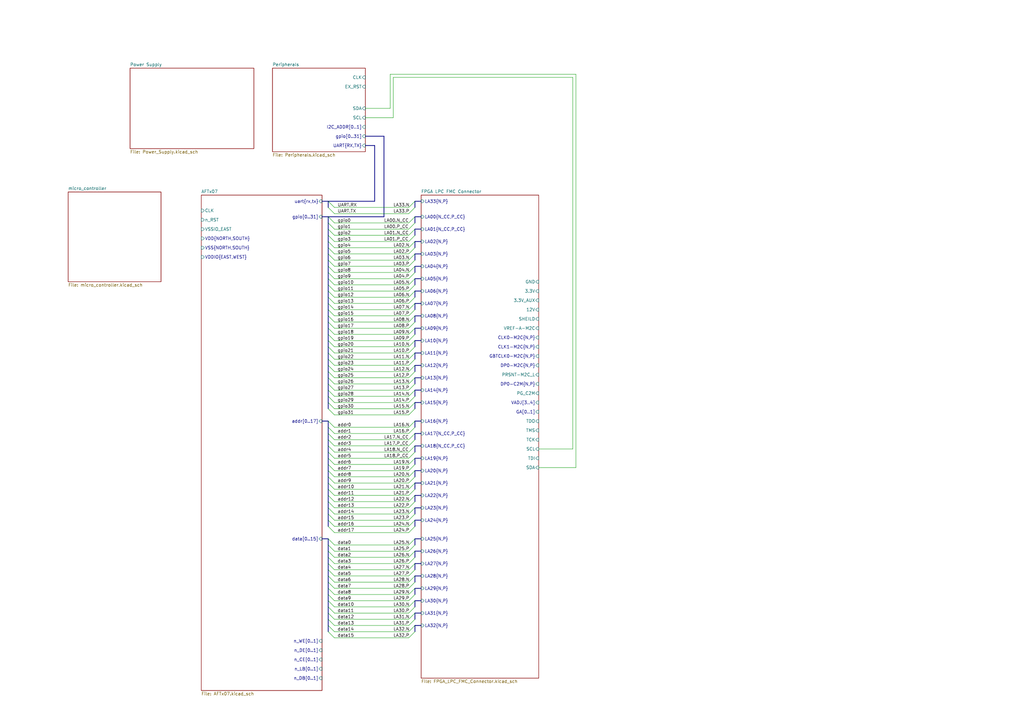
<source format=kicad_sch>
(kicad_sch
	(version 20231120)
	(generator "eeschema")
	(generator_version "8.0")
	(uuid "98aa7393-91e4-45c0-97a7-dfc1105523b1")
	(paper "A3")
	(lib_symbols)
	(bus_entry
		(at 134.62 190.5)
		(size 2.54 2.54)
		(stroke
			(width 0)
			(type default)
		)
		(uuid "017fc4c9-2af4-4400-9c0f-081efaacecac")
	)
	(bus_entry
		(at 134.62 160.02)
		(size 2.54 2.54)
		(stroke
			(width 0)
			(type default)
		)
		(uuid "03e25527-274e-445a-9728-d885043e957e")
	)
	(bus_entry
		(at 170.18 121.92)
		(size -2.54 2.54)
		(stroke
			(width 0)
			(type default)
		)
		(uuid "04d4dc1c-e3bd-4dbd-aa64-cf7ad69b0d55")
	)
	(bus_entry
		(at 170.18 152.4)
		(size -2.54 2.54)
		(stroke
			(width 0)
			(type default)
		)
		(uuid "05c0e8d0-ca1e-432a-9033-41e47fb21ded")
	)
	(bus_entry
		(at 134.62 213.36)
		(size 2.54 2.54)
		(stroke
			(width 0)
			(type default)
		)
		(uuid "064f96f1-1572-4c25-bfea-4980044d2686")
	)
	(bus_entry
		(at 170.18 198.12)
		(size -2.54 2.54)
		(stroke
			(width 0)
			(type default)
		)
		(uuid "08d47452-6417-4e23-98d8-cbf25af65edd")
	)
	(bus_entry
		(at 170.18 180.34)
		(size -2.54 2.54)
		(stroke
			(width 0)
			(type default)
		)
		(uuid "0ae04ad2-2380-4df3-b2e4-46415d7cd359")
	)
	(bus_entry
		(at 134.62 251.46)
		(size 2.54 2.54)
		(stroke
			(width 0)
			(type default)
		)
		(uuid "0e092565-4ca3-45e2-acc2-3a24f6a8eeff")
	)
	(bus_entry
		(at 134.62 231.14)
		(size 2.54 2.54)
		(stroke
			(width 0)
			(type default)
		)
		(uuid "0e211ff8-c2f5-4635-8f5a-c3ec6653a3ea")
	)
	(bus_entry
		(at 170.18 101.6)
		(size -2.54 2.54)
		(stroke
			(width 0)
			(type default)
		)
		(uuid "0e6aff14-3bbf-4de0-840e-5c169ced451f")
	)
	(bus_entry
		(at 170.18 243.84)
		(size -2.54 2.54)
		(stroke
			(width 0)
			(type default)
		)
		(uuid "0e8885dd-90a2-4e55-bc17-d0c1286aea18")
	)
	(bus_entry
		(at 134.62 127)
		(size 2.54 2.54)
		(stroke
			(width 0)
			(type default)
		)
		(uuid "0f2c780a-286c-41b9-92b4-cbee1c118834")
	)
	(bus_entry
		(at 134.62 104.14)
		(size 2.54 2.54)
		(stroke
			(width 0)
			(type default)
		)
		(uuid "100a52f7-6bb7-43d5-bd2e-46779316f808")
	)
	(bus_entry
		(at 134.62 167.64)
		(size 2.54 2.54)
		(stroke
			(width 0)
			(type default)
		)
		(uuid "110aa33a-346a-4a25-b851-795411aa4b6e")
	)
	(bus_entry
		(at 170.18 93.98)
		(size -2.54 2.54)
		(stroke
			(width 0)
			(type default)
		)
		(uuid "12a5d0df-55a4-49f5-8a4a-d92ed1da14b0")
	)
	(bus_entry
		(at 134.62 162.56)
		(size 2.54 2.54)
		(stroke
			(width 0)
			(type default)
		)
		(uuid "139ecf27-3123-42a1-a3ab-8e0c4c0fb1ea")
	)
	(bus_entry
		(at 170.18 165.1)
		(size -2.54 2.54)
		(stroke
			(width 0)
			(type default)
		)
		(uuid "1c4d4336-3ea3-4659-90c2-3e6c8d0d4ee3")
	)
	(bus_entry
		(at 134.62 165.1)
		(size 2.54 2.54)
		(stroke
			(width 0)
			(type default)
		)
		(uuid "1c4e4ceb-53e1-4a46-8fd5-8ecc1244e5d7")
	)
	(bus_entry
		(at 134.62 238.76)
		(size 2.54 2.54)
		(stroke
			(width 0)
			(type default)
		)
		(uuid "1c77a18a-9122-461c-830c-4a005a1f5f8b")
	)
	(bus_entry
		(at 134.62 96.52)
		(size 2.54 2.54)
		(stroke
			(width 0)
			(type default)
		)
		(uuid "1efb70fa-74e3-4d82-8fff-ff35c16273c6")
	)
	(bus_entry
		(at 134.62 185.42)
		(size 2.54 2.54)
		(stroke
			(width 0)
			(type default)
		)
		(uuid "2223f9ec-79ea-4947-977f-e637b0d37a6b")
	)
	(bus_entry
		(at 170.18 241.3)
		(size -2.54 2.54)
		(stroke
			(width 0)
			(type default)
		)
		(uuid "23b179bd-a64a-4ad3-a29b-d67988634042")
	)
	(bus_entry
		(at 134.62 210.82)
		(size 2.54 2.54)
		(stroke
			(width 0)
			(type default)
		)
		(uuid "24aade39-8720-4393-90e2-beb37c62b17d")
	)
	(bus_entry
		(at 170.18 85.09)
		(size -2.54 2.54)
		(stroke
			(width 0)
			(type default)
		)
		(uuid "25a2c708-889f-45ad-a4d7-4fcb6dfbbeaa")
	)
	(bus_entry
		(at 134.62 256.54)
		(size 2.54 2.54)
		(stroke
			(width 0)
			(type default)
		)
		(uuid "27a8981a-2f29-4343-8b82-b1097303f697")
	)
	(bus_entry
		(at 134.62 85.09)
		(size 2.54 2.54)
		(stroke
			(width 0)
			(type default)
		)
		(uuid "28d28a09-3d50-4051-8801-137382b69ad8")
	)
	(bus_entry
		(at 170.18 228.6)
		(size -2.54 2.54)
		(stroke
			(width 0)
			(type default)
		)
		(uuid "28e81a7e-23dd-4a0b-8ba9-6c37e7ecd085")
	)
	(bus_entry
		(at 134.62 93.98)
		(size 2.54 2.54)
		(stroke
			(width 0)
			(type default)
		)
		(uuid "2ad229cd-7d78-46d0-91cc-0b659cac0b96")
	)
	(bus_entry
		(at 170.18 246.38)
		(size -2.54 2.54)
		(stroke
			(width 0)
			(type default)
		)
		(uuid "2d685d72-a827-4ec4-b2ac-db5710e58a81")
	)
	(bus_entry
		(at 170.18 185.42)
		(size -2.54 2.54)
		(stroke
			(width 0)
			(type default)
		)
		(uuid "2de09edd-0f1f-4dc6-b400-7a5ebbd9ce13")
	)
	(bus_entry
		(at 134.62 82.55)
		(size 2.54 2.54)
		(stroke
			(width 0)
			(type default)
		)
		(uuid "2f8e047c-8626-4164-b151-4d545b835e13")
	)
	(bus_entry
		(at 170.18 154.94)
		(size -2.54 2.54)
		(stroke
			(width 0)
			(type default)
		)
		(uuid "31b35990-a190-4a18-ac25-45a6e64b6370")
	)
	(bus_entry
		(at 170.18 167.64)
		(size -2.54 2.54)
		(stroke
			(width 0)
			(type default)
		)
		(uuid "32c7409e-0ca7-405c-9751-b41b4e5cec39")
	)
	(bus_entry
		(at 134.62 198.12)
		(size 2.54 2.54)
		(stroke
			(width 0)
			(type default)
		)
		(uuid "337147ec-5e3a-41ee-9c1c-a5648fe83e57")
	)
	(bus_entry
		(at 134.62 233.68)
		(size 2.54 2.54)
		(stroke
			(width 0)
			(type default)
		)
		(uuid "36a133bd-6d5a-4300-8c73-10689b3bd38c")
	)
	(bus_entry
		(at 134.62 109.22)
		(size 2.54 2.54)
		(stroke
			(width 0)
			(type default)
		)
		(uuid "3bfd2961-f87f-4ac0-a2e5-5a66256ac53c")
	)
	(bus_entry
		(at 134.62 101.6)
		(size 2.54 2.54)
		(stroke
			(width 0)
			(type default)
		)
		(uuid "3d7c3301-8dbb-470a-ab78-85332f39a451")
	)
	(bus_entry
		(at 170.18 205.74)
		(size -2.54 2.54)
		(stroke
			(width 0)
			(type default)
		)
		(uuid "3d869cf7-1ab8-4b15-bf05-7ff2cd5cc8e7")
	)
	(bus_entry
		(at 134.62 116.84)
		(size 2.54 2.54)
		(stroke
			(width 0)
			(type default)
		)
		(uuid "3ea5ddac-2b7d-4d7e-b890-1c4774193214")
	)
	(bus_entry
		(at 170.18 177.8)
		(size -2.54 2.54)
		(stroke
			(width 0)
			(type default)
		)
		(uuid "43818df9-18e9-4baf-8cbd-ac2fbb56484b")
	)
	(bus_entry
		(at 170.18 99.06)
		(size -2.54 2.54)
		(stroke
			(width 0)
			(type default)
		)
		(uuid "4472dd0e-6902-4948-96d4-dec3cec7b768")
	)
	(bus_entry
		(at 134.62 177.8)
		(size 2.54 2.54)
		(stroke
			(width 0)
			(type default)
		)
		(uuid "4544ae17-e415-418f-990e-4fd963b97476")
	)
	(bus_entry
		(at 134.62 99.06)
		(size 2.54 2.54)
		(stroke
			(width 0)
			(type default)
		)
		(uuid "483cb263-ee02-4a52-badf-735fa293c560")
	)
	(bus_entry
		(at 134.62 119.38)
		(size 2.54 2.54)
		(stroke
			(width 0)
			(type default)
		)
		(uuid "4841eb7a-5319-4d39-aec7-808eaab73d21")
	)
	(bus_entry
		(at 134.62 200.66)
		(size 2.54 2.54)
		(stroke
			(width 0)
			(type default)
		)
		(uuid "4c24a606-f921-43f7-a5f9-ad1e596a45bc")
	)
	(bus_entry
		(at 170.18 190.5)
		(size -2.54 2.54)
		(stroke
			(width 0)
			(type default)
		)
		(uuid "4d2c4048-d072-4463-847f-7340923bd6f9")
	)
	(bus_entry
		(at 134.62 137.16)
		(size 2.54 2.54)
		(stroke
			(width 0)
			(type default)
		)
		(uuid "4d3c585b-c1d1-411e-965b-ca3f12f28b03")
	)
	(bus_entry
		(at 170.18 223.52)
		(size -2.54 2.54)
		(stroke
			(width 0)
			(type default)
		)
		(uuid "4f8142ce-4548-4522-81d7-a710053374cb")
	)
	(bus_entry
		(at 170.18 124.46)
		(size -2.54 2.54)
		(stroke
			(width 0)
			(type default)
		)
		(uuid "4fcf4ad6-19a4-44a2-8701-0bc1388b8f8b")
	)
	(bus_entry
		(at 170.18 182.88)
		(size -2.54 2.54)
		(stroke
			(width 0)
			(type default)
		)
		(uuid "5106efd9-f313-4590-bf96-0d0b4d93314e")
	)
	(bus_entry
		(at 170.18 213.36)
		(size -2.54 2.54)
		(stroke
			(width 0)
			(type default)
		)
		(uuid "51a5575d-b567-4b27-ad68-f65dc3f96805")
	)
	(bus_entry
		(at 170.18 210.82)
		(size -2.54 2.54)
		(stroke
			(width 0)
			(type default)
		)
		(uuid "5a2cd6fb-57ab-4230-a163-002a4bbde246")
	)
	(bus_entry
		(at 170.18 254)
		(size -2.54 2.54)
		(stroke
			(width 0)
			(type default)
		)
		(uuid "5ba441fe-191d-4e3b-8b70-f3b61e1e5287")
	)
	(bus_entry
		(at 170.18 238.76)
		(size -2.54 2.54)
		(stroke
			(width 0)
			(type default)
		)
		(uuid "5c089d49-9110-4c11-a12e-d99ed45f43c1")
	)
	(bus_entry
		(at 170.18 139.7)
		(size -2.54 2.54)
		(stroke
			(width 0)
			(type default)
		)
		(uuid "5c98e9f1-958d-4f53-bd21-6f18b83227be")
	)
	(bus_entry
		(at 170.18 172.72)
		(size -2.54 2.54)
		(stroke
			(width 0)
			(type default)
		)
		(uuid "5cf7928e-ff4f-466e-afec-065f824a93ef")
	)
	(bus_entry
		(at 170.18 256.54)
		(size -2.54 2.54)
		(stroke
			(width 0)
			(type default)
		)
		(uuid "5e6207ec-c7e7-42dd-9850-522f8de82b52")
	)
	(bus_entry
		(at 134.62 254)
		(size 2.54 2.54)
		(stroke
			(width 0)
			(type default)
		)
		(uuid "62d73da6-9a02-4e18-b286-421923a71b53")
	)
	(bus_entry
		(at 170.18 91.44)
		(size -2.54 2.54)
		(stroke
			(width 0)
			(type default)
		)
		(uuid "640d9416-1610-47d5-b740-ba7c34fcb775")
	)
	(bus_entry
		(at 170.18 208.28)
		(size -2.54 2.54)
		(stroke
			(width 0)
			(type default)
		)
		(uuid "65879359-c845-435f-ad9f-7eb6037ce443")
	)
	(bus_entry
		(at 134.62 175.26)
		(size 2.54 2.54)
		(stroke
			(width 0)
			(type default)
		)
		(uuid "668eed93-1095-4fa6-8d47-1af49923fab8")
	)
	(bus_entry
		(at 170.18 175.26)
		(size -2.54 2.54)
		(stroke
			(width 0)
			(type default)
		)
		(uuid "693a36e2-dfd2-4637-bbf1-70dd86d38224")
	)
	(bus_entry
		(at 170.18 200.66)
		(size -2.54 2.54)
		(stroke
			(width 0)
			(type default)
		)
		(uuid "69df7dcb-2674-4884-b2ef-52f819795121")
	)
	(bus_entry
		(at 170.18 129.54)
		(size -2.54 2.54)
		(stroke
			(width 0)
			(type default)
		)
		(uuid "69f5aabc-2bb1-45f0-9c6e-02920326007b")
	)
	(bus_entry
		(at 134.62 152.4)
		(size 2.54 2.54)
		(stroke
			(width 0)
			(type default)
		)
		(uuid "6b94c332-6bc9-4187-a12d-a8c9852f3119")
	)
	(bus_entry
		(at 134.62 223.52)
		(size 2.54 2.54)
		(stroke
			(width 0)
			(type default)
		)
		(uuid "74b90b6b-1f9f-4d0f-8156-bf2c4d4f41db")
	)
	(bus_entry
		(at 134.62 139.7)
		(size 2.54 2.54)
		(stroke
			(width 0)
			(type default)
		)
		(uuid "79c6594e-d708-4f58-9cf0-7c0750a5c7a8")
	)
	(bus_entry
		(at 134.62 187.96)
		(size 2.54 2.54)
		(stroke
			(width 0)
			(type default)
		)
		(uuid "7b7f496e-3a7f-4174-9f6a-48ddd73b82bf")
	)
	(bus_entry
		(at 170.18 144.78)
		(size -2.54 2.54)
		(stroke
			(width 0)
			(type default)
		)
		(uuid "7d0a0146-62a6-49f8-b6b4-4345e3190975")
	)
	(bus_entry
		(at 134.62 248.92)
		(size 2.54 2.54)
		(stroke
			(width 0)
			(type default)
		)
		(uuid "7d82e051-1d64-49d5-83d8-4f321d52507c")
	)
	(bus_entry
		(at 170.18 259.08)
		(size -2.54 2.54)
		(stroke
			(width 0)
			(type default)
		)
		(uuid "7e4b81de-21ba-4bde-b274-b2e20fcc7e2b")
	)
	(bus_entry
		(at 134.62 172.72)
		(size 2.54 2.54)
		(stroke
			(width 0)
			(type default)
		)
		(uuid "815ca5b2-2cab-4074-8097-a2d2fd2638b2")
	)
	(bus_entry
		(at 134.62 236.22)
		(size 2.54 2.54)
		(stroke
			(width 0)
			(type default)
		)
		(uuid "85d91e2a-8a79-44bd-b02e-794ba26e8c45")
	)
	(bus_entry
		(at 170.18 251.46)
		(size -2.54 2.54)
		(stroke
			(width 0)
			(type default)
		)
		(uuid "8786d160-3125-4582-9e07-cf8936f6db02")
	)
	(bus_entry
		(at 170.18 147.32)
		(size -2.54 2.54)
		(stroke
			(width 0)
			(type default)
		)
		(uuid "884bfd43-69bf-4920-8b05-1681c1241c06")
	)
	(bus_entry
		(at 134.62 205.74)
		(size 2.54 2.54)
		(stroke
			(width 0)
			(type default)
		)
		(uuid "89380b73-b8e3-4a84-bb19-83957524c28c")
	)
	(bus_entry
		(at 170.18 82.55)
		(size -2.54 2.54)
		(stroke
			(width 0)
			(type default)
		)
		(uuid "899cf3ae-202a-4e1e-9d0a-e225ac37daa0")
	)
	(bus_entry
		(at 170.18 195.58)
		(size -2.54 2.54)
		(stroke
			(width 0)
			(type default)
		)
		(uuid "8ba5fe71-e8a7-465a-8bd1-b891042efc88")
	)
	(bus_entry
		(at 170.18 215.9)
		(size -2.54 2.54)
		(stroke
			(width 0)
			(type default)
		)
		(uuid "8e6205b9-70a7-42d9-966a-1c5a4bb88463")
	)
	(bus_entry
		(at 134.62 180.34)
		(size 2.54 2.54)
		(stroke
			(width 0)
			(type default)
		)
		(uuid "9065de0c-47a9-4c40-983e-99f14ccf6d1b")
	)
	(bus_entry
		(at 134.62 157.48)
		(size 2.54 2.54)
		(stroke
			(width 0)
			(type default)
		)
		(uuid "927c0d20-1b52-42a8-8868-b0468fb26b85")
	)
	(bus_entry
		(at 170.18 193.04)
		(size -2.54 2.54)
		(stroke
			(width 0)
			(type default)
		)
		(uuid "93abab1f-1cdc-4295-9d04-2378897fa6e1")
	)
	(bus_entry
		(at 134.62 147.32)
		(size 2.54 2.54)
		(stroke
			(width 0)
			(type default)
		)
		(uuid "975e8bd2-401f-4fc0-8c9c-c5c080f4e5b5")
	)
	(bus_entry
		(at 170.18 134.62)
		(size -2.54 2.54)
		(stroke
			(width 0)
			(type default)
		)
		(uuid "985832ee-776a-4a9d-bc67-177f4d15e920")
	)
	(bus_entry
		(at 170.18 114.3)
		(size -2.54 2.54)
		(stroke
			(width 0)
			(type default)
		)
		(uuid "98c47d8f-918a-4275-b685-f0a57fd1d366")
	)
	(bus_entry
		(at 134.62 106.68)
		(size 2.54 2.54)
		(stroke
			(width 0)
			(type default)
		)
		(uuid "98d4124b-5eee-4eab-8967-efe2a8e36013")
	)
	(bus_entry
		(at 170.18 160.02)
		(size -2.54 2.54)
		(stroke
			(width 0)
			(type default)
		)
		(uuid "994db190-d3ef-4ff7-9f50-d1329cea2787")
	)
	(bus_entry
		(at 134.62 259.08)
		(size 2.54 2.54)
		(stroke
			(width 0)
			(type default)
		)
		(uuid "9df39267-f001-4880-b0ba-9efb87fbc35f")
	)
	(bus_entry
		(at 170.18 119.38)
		(size -2.54 2.54)
		(stroke
			(width 0)
			(type default)
		)
		(uuid "9e4657a5-1f4d-4c1a-ae76-af633be8a467")
	)
	(bus_entry
		(at 170.18 132.08)
		(size -2.54 2.54)
		(stroke
			(width 0)
			(type default)
		)
		(uuid "a1803520-4fe9-4007-b696-bdc01bcb22d7")
	)
	(bus_entry
		(at 134.62 220.98)
		(size 2.54 2.54)
		(stroke
			(width 0)
			(type default)
		)
		(uuid "a19b6b2b-a326-42d0-8f9d-c6b5e7e3a05f")
	)
	(bus_entry
		(at 134.62 88.9)
		(size 2.54 2.54)
		(stroke
			(width 0)
			(type default)
		)
		(uuid "a1cf85fe-bc8f-4772-b1ba-b35a0cf41913")
	)
	(bus_entry
		(at 170.18 116.84)
		(size -2.54 2.54)
		(stroke
			(width 0)
			(type default)
		)
		(uuid "a2b9c77b-f406-4f59-95cf-2c8ec76f4599")
	)
	(bus_entry
		(at 134.62 142.24)
		(size 2.54 2.54)
		(stroke
			(width 0)
			(type default)
		)
		(uuid "a3c1bcdf-22f5-44f2-9942-bc884193bd06")
	)
	(bus_entry
		(at 134.62 203.2)
		(size 2.54 2.54)
		(stroke
			(width 0)
			(type default)
		)
		(uuid "a3dd7d53-9590-4112-917e-41014fe72ba3")
	)
	(bus_entry
		(at 134.62 246.38)
		(size 2.54 2.54)
		(stroke
			(width 0)
			(type default)
		)
		(uuid "a6cdb2cf-d94c-4b11-b83a-abcde661086b")
	)
	(bus_entry
		(at 170.18 96.52)
		(size -2.54 2.54)
		(stroke
			(width 0)
			(type default)
		)
		(uuid "a779adda-ac64-4af3-ae67-186e1a4f629c")
	)
	(bus_entry
		(at 134.62 134.62)
		(size 2.54 2.54)
		(stroke
			(width 0)
			(type default)
		)
		(uuid "a85661ec-d7fd-40a7-aca8-b112c0183a6e")
	)
	(bus_entry
		(at 170.18 226.06)
		(size -2.54 2.54)
		(stroke
			(width 0)
			(type default)
		)
		(uuid "a8a67352-3e6c-47bf-acfa-1bea9edfd6fe")
	)
	(bus_entry
		(at 170.18 162.56)
		(size -2.54 2.54)
		(stroke
			(width 0)
			(type default)
		)
		(uuid "a8fdc8ee-5ecc-46e3-b90a-45c479090640")
	)
	(bus_entry
		(at 134.62 241.3)
		(size 2.54 2.54)
		(stroke
			(width 0)
			(type default)
		)
		(uuid "a954dc15-82ca-4e0d-a202-846f10e925ee")
	)
	(bus_entry
		(at 170.18 233.68)
		(size -2.54 2.54)
		(stroke
			(width 0)
			(type default)
		)
		(uuid "ac1cdbfd-d3d2-4402-8417-a803c47d403f")
	)
	(bus_entry
		(at 170.18 231.14)
		(size -2.54 2.54)
		(stroke
			(width 0)
			(type default)
		)
		(uuid "ad1691b0-f826-4405-93cf-329dbb18235e")
	)
	(bus_entry
		(at 170.18 248.92)
		(size -2.54 2.54)
		(stroke
			(width 0)
			(type default)
		)
		(uuid "b44e16aa-0883-4946-9bf8-deb55262706a")
	)
	(bus_entry
		(at 170.18 127)
		(size -2.54 2.54)
		(stroke
			(width 0)
			(type default)
		)
		(uuid "bd2b1d44-38b8-424c-84c8-f9f9f21cebbf")
	)
	(bus_entry
		(at 170.18 149.86)
		(size -2.54 2.54)
		(stroke
			(width 0)
			(type default)
		)
		(uuid "bdc62f89-3dd2-4c3d-a770-cf89153922f2")
	)
	(bus_entry
		(at 170.18 220.98)
		(size -2.54 2.54)
		(stroke
			(width 0)
			(type default)
		)
		(uuid "be791854-482c-4b35-b48f-d53836045935")
	)
	(bus_entry
		(at 134.62 226.06)
		(size 2.54 2.54)
		(stroke
			(width 0)
			(type default)
		)
		(uuid "c0370198-bcaf-4ede-b47d-b142f70dbae3")
	)
	(bus_entry
		(at 134.62 193.04)
		(size 2.54 2.54)
		(stroke
			(width 0)
			(type default)
		)
		(uuid "c51ffdc9-815f-4800-88d5-f98fdadf85bb")
	)
	(bus_entry
		(at 170.18 142.24)
		(size -2.54 2.54)
		(stroke
			(width 0)
			(type default)
		)
		(uuid "c6ab4947-0b13-4158-b8da-3299c18f6d21")
	)
	(bus_entry
		(at 134.62 243.84)
		(size 2.54 2.54)
		(stroke
			(width 0)
			(type default)
		)
		(uuid "cb3294bf-e720-4bc5-a269-f7cca1801c7e")
	)
	(bus_entry
		(at 170.18 109.22)
		(size -2.54 2.54)
		(stroke
			(width 0)
			(type default)
		)
		(uuid "cb643d8e-49df-4b41-bb36-c395040ae353")
	)
	(bus_entry
		(at 134.62 228.6)
		(size 2.54 2.54)
		(stroke
			(width 0)
			(type default)
		)
		(uuid "cc66e8ec-a988-4499-a864-e924b781d351")
	)
	(bus_entry
		(at 134.62 111.76)
		(size 2.54 2.54)
		(stroke
			(width 0)
			(type default)
		)
		(uuid "ce012adc-c2fa-4402-bfa9-a2db408ddf06")
	)
	(bus_entry
		(at 134.62 182.88)
		(size 2.54 2.54)
		(stroke
			(width 0)
			(type default)
		)
		(uuid "d001b7aa-2908-40ea-b5d3-efcf0e001238")
	)
	(bus_entry
		(at 170.18 104.14)
		(size -2.54 2.54)
		(stroke
			(width 0)
			(type default)
		)
		(uuid "d587c8cb-4ad4-4998-ad83-db595043396c")
	)
	(bus_entry
		(at 134.62 208.28)
		(size 2.54 2.54)
		(stroke
			(width 0)
			(type default)
		)
		(uuid "d5986109-d74b-4bb2-8765-c21c889743c0")
	)
	(bus_entry
		(at 170.18 236.22)
		(size -2.54 2.54)
		(stroke
			(width 0)
			(type default)
		)
		(uuid "d79ceda1-bae9-4db0-9e89-6516124f38ab")
	)
	(bus_entry
		(at 134.62 91.44)
		(size 2.54 2.54)
		(stroke
			(width 0)
			(type default)
		)
		(uuid "da706113-ea3c-4eb0-b777-b95e77fcc12b")
	)
	(bus_entry
		(at 134.62 195.58)
		(size 2.54 2.54)
		(stroke
			(width 0)
			(type default)
		)
		(uuid "da8ad011-1c6c-42c6-ae98-03cc26ee3eba")
	)
	(bus_entry
		(at 170.18 137.16)
		(size -2.54 2.54)
		(stroke
			(width 0)
			(type default)
		)
		(uuid "db1ca709-541f-47bb-be9c-bd1b77a77a12")
	)
	(bus_entry
		(at 134.62 215.9)
		(size 2.54 2.54)
		(stroke
			(width 0)
			(type default)
		)
		(uuid "dd4b42f1-dcf4-4678-bf1e-7dfa9ca7f8f4")
	)
	(bus_entry
		(at 170.18 203.2)
		(size -2.54 2.54)
		(stroke
			(width 0)
			(type default)
		)
		(uuid "df6033a8-350a-48ea-9e68-65c61f82db52")
	)
	(bus_entry
		(at 134.62 129.54)
		(size 2.54 2.54)
		(stroke
			(width 0)
			(type default)
		)
		(uuid "e1c386ce-317c-4cbe-8191-49a2c1f32a82")
	)
	(bus_entry
		(at 134.62 124.46)
		(size 2.54 2.54)
		(stroke
			(width 0)
			(type default)
		)
		(uuid "e7c6601c-a3ca-474a-9b75-d3800ede3159")
	)
	(bus_entry
		(at 134.62 121.92)
		(size 2.54 2.54)
		(stroke
			(width 0)
			(type default)
		)
		(uuid "e83ef8ec-fb70-46f3-aee1-a6a22d0e2878")
	)
	(bus_entry
		(at 134.62 132.08)
		(size 2.54 2.54)
		(stroke
			(width 0)
			(type default)
		)
		(uuid "edecdc29-70f1-436e-a668-aaaadb11a9dd")
	)
	(bus_entry
		(at 170.18 157.48)
		(size -2.54 2.54)
		(stroke
			(width 0)
			(type default)
		)
		(uuid "f1206bd5-b45c-49bc-a224-6cbfef455bd8")
	)
	(bus_entry
		(at 134.62 144.78)
		(size 2.54 2.54)
		(stroke
			(width 0)
			(type default)
		)
		(uuid "f1366b0c-9405-4b57-a222-d235f0e3d0b2")
	)
	(bus_entry
		(at 134.62 154.94)
		(size 2.54 2.54)
		(stroke
			(width 0)
			(type default)
		)
		(uuid "f49886b5-3458-4f8b-9703-9a31fe20505e")
	)
	(bus_entry
		(at 170.18 106.68)
		(size -2.54 2.54)
		(stroke
			(width 0)
			(type default)
		)
		(uuid "f662dea4-a379-41a6-876a-c5e77197a85e")
	)
	(bus_entry
		(at 134.62 149.86)
		(size 2.54 2.54)
		(stroke
			(width 0)
			(type default)
		)
		(uuid "fbda128f-e39b-4bdf-8460-cd5e8b344fe1")
	)
	(bus_entry
		(at 170.18 111.76)
		(size -2.54 2.54)
		(stroke
			(width 0)
			(type default)
		)
		(uuid "fd32f8a9-eefb-4ee0-9bac-27abad363193")
	)
	(bus_entry
		(at 170.18 187.96)
		(size -2.54 2.54)
		(stroke
			(width 0)
			(type default)
		)
		(uuid "fe1d4906-8ce0-4735-812c-fca0cd386f9f")
	)
	(bus_entry
		(at 170.18 88.9)
		(size -2.54 2.54)
		(stroke
			(width 0)
			(type default)
		)
		(uuid "fe592753-cdb7-4e99-aa3b-47e3ac9a2122")
	)
	(bus_entry
		(at 134.62 114.3)
		(size 2.54 2.54)
		(stroke
			(width 0)
			(type default)
		)
		(uuid "ff6f7bbd-7389-4791-9257-b52af51dcf93")
	)
	(wire
		(pts
			(xy 137.16 91.44) (xy 167.64 91.44)
		)
		(stroke
			(width 0)
			(type default)
		)
		(uuid "01742f8b-2a84-4618-a859-e8ce991804ec")
	)
	(wire
		(pts
			(xy 137.16 259.08) (xy 167.64 259.08)
		)
		(stroke
			(width 0)
			(type default)
		)
		(uuid "062b9e58-15d1-40a5-84f7-35891d1ca6df")
	)
	(bus
		(pts
			(xy 172.72 160.02) (xy 170.18 160.02)
		)
		(stroke
			(width 0)
			(type default)
		)
		(uuid "0ab8d63a-cc7d-42ed-9b7a-a4fd5d6ca071")
	)
	(wire
		(pts
			(xy 137.16 195.58) (xy 167.64 195.58)
		)
		(stroke
			(width 0)
			(type default)
		)
		(uuid "0ac31ba2-13ef-4a9a-9b09-02f1bc9653a7")
	)
	(bus
		(pts
			(xy 172.72 193.04) (xy 170.18 193.04)
		)
		(stroke
			(width 0)
			(type default)
		)
		(uuid "0b01395d-3893-4d63-bba9-7436f2206d5a")
	)
	(wire
		(pts
			(xy 236.22 30.48) (xy 236.22 191.77)
		)
		(stroke
			(width 0)
			(type default)
		)
		(uuid "0b087379-f437-4918-a4b3-9db12828725f")
	)
	(wire
		(pts
			(xy 137.16 160.02) (xy 167.64 160.02)
		)
		(stroke
			(width 0)
			(type default)
		)
		(uuid "0d398611-aa0e-4be3-a242-9cfdf19198c8")
	)
	(wire
		(pts
			(xy 137.16 134.62) (xy 167.64 134.62)
		)
		(stroke
			(width 0)
			(type default)
		)
		(uuid "0f95bef8-f5a0-44a9-ae08-93cd33daae53")
	)
	(wire
		(pts
			(xy 137.16 254) (xy 167.64 254)
		)
		(stroke
			(width 0)
			(type default)
		)
		(uuid "11308819-7426-4a2e-9496-f2b0a0b1b4cc")
	)
	(bus
		(pts
			(xy 134.62 254) (xy 134.62 256.54)
		)
		(stroke
			(width 0)
			(type default)
		)
		(uuid "12955eba-ee14-44c9-9867-d827e6e5ee93")
	)
	(bus
		(pts
			(xy 134.62 195.58) (xy 134.62 198.12)
		)
		(stroke
			(width 0)
			(type default)
		)
		(uuid "139dd0b8-9c50-4d73-b031-8a8a60332a10")
	)
	(bus
		(pts
			(xy 172.72 226.06) (xy 170.18 226.06)
		)
		(stroke
			(width 0)
			(type default)
		)
		(uuid "14b70ae1-c124-4222-9862-2f3cb1f57b37")
	)
	(bus
		(pts
			(xy 170.18 241.3) (xy 170.18 243.84)
		)
		(stroke
			(width 0)
			(type default)
		)
		(uuid "14edf5bd-8e9d-4639-aac8-a45da757454b")
	)
	(bus
		(pts
			(xy 172.72 109.22) (xy 170.18 109.22)
		)
		(stroke
			(width 0)
			(type default)
		)
		(uuid "16cfd1a1-b5c3-40e8-8fc2-e6193fca4b35")
	)
	(wire
		(pts
			(xy 137.16 241.3) (xy 167.64 241.3)
		)
		(stroke
			(width 0)
			(type default)
		)
		(uuid "17e81eca-f7bc-40ef-9841-71371c987549")
	)
	(bus
		(pts
			(xy 134.62 177.8) (xy 134.62 180.34)
		)
		(stroke
			(width 0)
			(type default)
		)
		(uuid "183e4381-c42a-48ae-ab57-d243fb94606b")
	)
	(wire
		(pts
			(xy 137.16 104.14) (xy 167.64 104.14)
		)
		(stroke
			(width 0)
			(type default)
		)
		(uuid "18cbe854-50e3-4aea-b789-b8e7efc3874b")
	)
	(bus
		(pts
			(xy 170.18 220.98) (xy 170.18 223.52)
		)
		(stroke
			(width 0)
			(type default)
		)
		(uuid "18cdb302-c029-4705-b287-c342e59be744")
	)
	(bus
		(pts
			(xy 134.62 121.92) (xy 134.62 124.46)
		)
		(stroke
			(width 0)
			(type default)
		)
		(uuid "1a09c35d-83d7-4485-9098-870777e68b06")
	)
	(bus
		(pts
			(xy 134.62 88.9) (xy 132.08 88.9)
		)
		(stroke
			(width 0)
			(type default)
		)
		(uuid "1a4209cb-d7cb-4105-8d1d-e6a566606fb8")
	)
	(wire
		(pts
			(xy 137.16 228.6) (xy 167.64 228.6)
		)
		(stroke
			(width 0)
			(type default)
		)
		(uuid "1c771c97-ad4c-414e-8e58-31c39cef6610")
	)
	(bus
		(pts
			(xy 153.67 59.69) (xy 149.86 59.69)
		)
		(stroke
			(width 0)
			(type default)
		)
		(uuid "1eaa7140-d0ee-43fe-9f97-6fe8354e609b")
	)
	(bus
		(pts
			(xy 172.72 236.22) (xy 170.18 236.22)
		)
		(stroke
			(width 0)
			(type default)
		)
		(uuid "1f4db2d6-ba9d-41f6-8d1c-3e27c80873e5")
	)
	(wire
		(pts
			(xy 137.16 190.5) (xy 167.64 190.5)
		)
		(stroke
			(width 0)
			(type default)
		)
		(uuid "1fafe1b3-2cb9-4a03-a069-e04376b6c26f")
	)
	(wire
		(pts
			(xy 137.16 142.24) (xy 167.64 142.24)
		)
		(stroke
			(width 0)
			(type default)
		)
		(uuid "1fcfce71-fe49-4f1f-b05a-e647cd87b335")
	)
	(bus
		(pts
			(xy 134.62 228.6) (xy 134.62 231.14)
		)
		(stroke
			(width 0)
			(type default)
		)
		(uuid "222ebe49-1330-4229-a9d5-af64b3849e56")
	)
	(bus
		(pts
			(xy 172.72 246.38) (xy 170.18 246.38)
		)
		(stroke
			(width 0)
			(type default)
		)
		(uuid "22c327cd-ec71-4836-9110-46b64f83fd73")
	)
	(wire
		(pts
			(xy 137.16 185.42) (xy 167.64 185.42)
		)
		(stroke
			(width 0)
			(type default)
		)
		(uuid "24911ae9-c6e3-4613-baad-2686efe1d894")
	)
	(wire
		(pts
			(xy 137.16 223.52) (xy 167.64 223.52)
		)
		(stroke
			(width 0)
			(type default)
		)
		(uuid "2617ad3a-d4c4-4e51-aa7c-bb4b744389e4")
	)
	(wire
		(pts
			(xy 137.16 248.92) (xy 167.64 248.92)
		)
		(stroke
			(width 0)
			(type default)
		)
		(uuid "265639a9-94d2-4e0f-aa14-02ac6de9bef4")
	)
	(bus
		(pts
			(xy 134.62 256.54) (xy 134.62 259.08)
		)
		(stroke
			(width 0)
			(type default)
		)
		(uuid "28190bd5-ac2d-4ac6-a337-77f4a853c4e9")
	)
	(bus
		(pts
			(xy 132.08 172.72) (xy 134.62 172.72)
		)
		(stroke
			(width 0)
			(type default)
		)
		(uuid "2936e455-d477-4124-b119-45b24eb30577")
	)
	(bus
		(pts
			(xy 134.62 241.3) (xy 134.62 243.84)
		)
		(stroke
			(width 0)
			(type default)
		)
		(uuid "2ce2f96c-e567-4e9f-a06c-26274b882b1a")
	)
	(bus
		(pts
			(xy 170.18 93.98) (xy 170.18 96.52)
		)
		(stroke
			(width 0)
			(type default)
		)
		(uuid "2d069a7b-9124-4395-9828-f8443e5607e2")
	)
	(wire
		(pts
			(xy 137.16 154.94) (xy 167.64 154.94)
		)
		(stroke
			(width 0)
			(type default)
		)
		(uuid "2e3243bf-aad4-46ec-a19d-9920b88bd076")
	)
	(bus
		(pts
			(xy 134.62 147.32) (xy 134.62 149.86)
		)
		(stroke
			(width 0)
			(type default)
		)
		(uuid "2f39207c-1af7-4b93-ae07-4bc855442fee")
	)
	(bus
		(pts
			(xy 157.48 88.9) (xy 157.48 55.88)
		)
		(stroke
			(width 0)
			(type default)
		)
		(uuid "33110804-3115-46f7-8421-e091fa533aa1")
	)
	(wire
		(pts
			(xy 137.16 93.98) (xy 167.64 93.98)
		)
		(stroke
			(width 0)
			(type default)
		)
		(uuid "337b5170-c07f-4c1d-a5cc-1af5dc6ed3d4")
	)
	(bus
		(pts
			(xy 132.08 82.55) (xy 134.62 82.55)
		)
		(stroke
			(width 0)
			(type default)
		)
		(uuid "3561af1a-bbed-449c-bbf9-6b4a9b57fe27")
	)
	(bus
		(pts
			(xy 172.72 231.14) (xy 170.18 231.14)
		)
		(stroke
			(width 0)
			(type default)
		)
		(uuid "36307d0d-cfef-4cad-a5fc-504ec9ceb165")
	)
	(wire
		(pts
			(xy 161.29 31.75) (xy 234.95 31.75)
		)
		(stroke
			(width 0)
			(type default)
		)
		(uuid "368d035c-3f2d-447f-a5ae-f1d1c2cbd017")
	)
	(bus
		(pts
			(xy 170.18 134.62) (xy 170.18 137.16)
		)
		(stroke
			(width 0)
			(type default)
		)
		(uuid "38e0bb6a-3295-4011-b1df-5faf00c9f8df")
	)
	(wire
		(pts
			(xy 137.16 231.14) (xy 167.64 231.14)
		)
		(stroke
			(width 0)
			(type default)
		)
		(uuid "396cb6d6-bccc-4f28-ac46-0265765105b9")
	)
	(bus
		(pts
			(xy 170.18 154.94) (xy 170.18 157.48)
		)
		(stroke
			(width 0)
			(type default)
		)
		(uuid "3974b01c-25b3-40bf-8261-28704d29cec9")
	)
	(wire
		(pts
			(xy 137.16 147.32) (xy 167.64 147.32)
		)
		(stroke
			(width 0)
			(type default)
		)
		(uuid "3bdc344c-2da1-49f3-8b9c-a506db4d1c0b")
	)
	(bus
		(pts
			(xy 172.72 88.9) (xy 170.18 88.9)
		)
		(stroke
			(width 0)
			(type default)
		)
		(uuid "3f7dc283-24c9-4224-b3b0-619465d17715")
	)
	(bus
		(pts
			(xy 170.18 246.38) (xy 170.18 248.92)
		)
		(stroke
			(width 0)
			(type default)
		)
		(uuid "41365d5a-f3d8-4db4-9ae6-732dbc3b0106")
	)
	(bus
		(pts
			(xy 134.62 111.76) (xy 134.62 114.3)
		)
		(stroke
			(width 0)
			(type default)
		)
		(uuid "41eab903-1665-4366-9474-74216e0cf5f6")
	)
	(wire
		(pts
			(xy 137.16 193.04) (xy 167.64 193.04)
		)
		(stroke
			(width 0)
			(type default)
		)
		(uuid "4288ecd1-8d47-470e-bb55-ef89bad7c2f6")
	)
	(bus
		(pts
			(xy 170.18 187.96) (xy 170.18 190.5)
		)
		(stroke
			(width 0)
			(type default)
		)
		(uuid "43872b43-978d-49fd-bb52-5a1558dafdb5")
	)
	(bus
		(pts
			(xy 170.18 119.38) (xy 170.18 121.92)
		)
		(stroke
			(width 0)
			(type default)
		)
		(uuid "45189d4e-e3dc-4f19-96ce-38dc58ec21e1")
	)
	(wire
		(pts
			(xy 137.16 187.96) (xy 167.64 187.96)
		)
		(stroke
			(width 0)
			(type default)
		)
		(uuid "48426b77-108f-41ad-9561-8fdc6c18fdda")
	)
	(bus
		(pts
			(xy 172.72 187.96) (xy 170.18 187.96)
		)
		(stroke
			(width 0)
			(type default)
		)
		(uuid "48c9b02d-8b76-4e73-bf89-cd965244d70a")
	)
	(bus
		(pts
			(xy 172.72 93.98) (xy 170.18 93.98)
		)
		(stroke
			(width 0)
			(type default)
		)
		(uuid "49123c1b-bff4-4dab-aa36-e21975f1bb12")
	)
	(wire
		(pts
			(xy 137.16 205.74) (xy 167.64 205.74)
		)
		(stroke
			(width 0)
			(type default)
		)
		(uuid "4b89901e-4fee-425f-bdc7-85d07dfb7149")
	)
	(wire
		(pts
			(xy 137.16 101.6) (xy 167.64 101.6)
		)
		(stroke
			(width 0)
			(type default)
		)
		(uuid "4cd74fd7-4f1f-4a9c-9496-a32a265ce25a")
	)
	(bus
		(pts
			(xy 134.62 139.7) (xy 134.62 142.24)
		)
		(stroke
			(width 0)
			(type default)
		)
		(uuid "4e0ba14a-1b5f-4cce-bb92-6648910d7e0f")
	)
	(bus
		(pts
			(xy 134.62 208.28) (xy 134.62 210.82)
		)
		(stroke
			(width 0)
			(type default)
		)
		(uuid "4ec695f1-930e-41bb-9a55-8059f06ecd5d")
	)
	(wire
		(pts
			(xy 137.16 111.76) (xy 167.64 111.76)
		)
		(stroke
			(width 0)
			(type default)
		)
		(uuid "4ed3cc1d-b4fa-45a2-8e60-976234412c3c")
	)
	(wire
		(pts
			(xy 137.16 129.54) (xy 167.64 129.54)
		)
		(stroke
			(width 0)
			(type default)
		)
		(uuid "4ef75850-b25d-4a23-bc90-23142646bda6")
	)
	(wire
		(pts
			(xy 137.16 119.38) (xy 167.64 119.38)
		)
		(stroke
			(width 0)
			(type default)
		)
		(uuid "4fdc621c-c6b6-4978-9f1b-b1faf7200340")
	)
	(wire
		(pts
			(xy 137.16 182.88) (xy 167.64 182.88)
		)
		(stroke
			(width 0)
			(type default)
		)
		(uuid "519d789b-58ea-411c-bbd6-19981d6d9ff3")
	)
	(wire
		(pts
			(xy 137.16 261.62) (xy 167.64 261.62)
		)
		(stroke
			(width 0)
			(type default)
		)
		(uuid "51ce09c7-96f8-433a-a652-b0f3ea1c541e")
	)
	(wire
		(pts
			(xy 137.16 116.84) (xy 167.64 116.84)
		)
		(stroke
			(width 0)
			(type default)
		)
		(uuid "52356a40-98af-44a5-9016-a6d7f539ba37")
	)
	(bus
		(pts
			(xy 134.62 203.2) (xy 134.62 205.74)
		)
		(stroke
			(width 0)
			(type default)
		)
		(uuid "523aebcd-b120-4f04-8d1d-95ca4ebcb6a1")
	)
	(wire
		(pts
			(xy 149.86 44.45) (xy 160.02 44.45)
		)
		(stroke
			(width 0)
			(type default)
		)
		(uuid "523f3b2c-7ae9-4986-99ab-70a9c40108a5")
	)
	(bus
		(pts
			(xy 170.18 182.88) (xy 170.18 185.42)
		)
		(stroke
			(width 0)
			(type default)
		)
		(uuid "55ce60b5-81df-442a-a90b-94223640e53a")
	)
	(bus
		(pts
			(xy 170.18 99.06) (xy 170.18 101.6)
		)
		(stroke
			(width 0)
			(type default)
		)
		(uuid "57c8254d-909b-4ad3-bcfc-1e9da2183ce1")
	)
	(wire
		(pts
			(xy 137.16 152.4) (xy 167.64 152.4)
		)
		(stroke
			(width 0)
			(type default)
		)
		(uuid "591d8b9b-82bf-43c5-a586-fd674e4f3276")
	)
	(bus
		(pts
			(xy 172.72 198.12) (xy 170.18 198.12)
		)
		(stroke
			(width 0)
			(type default)
		)
		(uuid "5958c632-3429-4237-a0d1-80c54848817b")
	)
	(wire
		(pts
			(xy 137.16 137.16) (xy 167.64 137.16)
		)
		(stroke
			(width 0)
			(type default)
		)
		(uuid "5ad041c6-10d8-4d8d-bb55-724186e3bdb9")
	)
	(bus
		(pts
			(xy 134.62 246.38) (xy 134.62 248.92)
		)
		(stroke
			(width 0)
			(type default)
		)
		(uuid "5b64e984-1773-4ae6-bad0-b0da682f4b4b")
	)
	(bus
		(pts
			(xy 134.62 233.68) (xy 134.62 236.22)
		)
		(stroke
			(width 0)
			(type default)
		)
		(uuid "5d6ce3ac-3bcd-4d37-8064-2fa10a07c3bf")
	)
	(wire
		(pts
			(xy 137.16 233.68) (xy 167.64 233.68)
		)
		(stroke
			(width 0)
			(type default)
		)
		(uuid "5edc44c0-cdc4-4c5b-9bed-2a590b91f5bf")
	)
	(bus
		(pts
			(xy 172.72 104.14) (xy 170.18 104.14)
		)
		(stroke
			(width 0)
			(type default)
		)
		(uuid "60408473-56e3-4a07-aadf-bb1d61f7dbe1")
	)
	(bus
		(pts
			(xy 134.62 175.26) (xy 134.62 177.8)
		)
		(stroke
			(width 0)
			(type default)
		)
		(uuid "66ce5e3a-50a5-4016-872f-eb4dd7e7e57e")
	)
	(bus
		(pts
			(xy 134.62 180.34) (xy 134.62 182.88)
		)
		(stroke
			(width 0)
			(type default)
		)
		(uuid "67cc1beb-d1ca-467a-b39b-64e11dc16742")
	)
	(wire
		(pts
			(xy 137.16 109.22) (xy 167.64 109.22)
		)
		(stroke
			(width 0)
			(type default)
		)
		(uuid "6808654e-14cc-41a5-937e-a89ae2778d36")
	)
	(bus
		(pts
			(xy 134.62 149.86) (xy 134.62 152.4)
		)
		(stroke
			(width 0)
			(type default)
		)
		(uuid "698e28b4-aaa5-470a-9d20-d89a6407a928")
	)
	(bus
		(pts
			(xy 134.62 193.04) (xy 134.62 195.58)
		)
		(stroke
			(width 0)
			(type default)
		)
		(uuid "6b6f74b6-7594-4ff1-bc0b-8d295922600f")
	)
	(wire
		(pts
			(xy 137.16 236.22) (xy 167.64 236.22)
		)
		(stroke
			(width 0)
			(type default)
		)
		(uuid "6decc37f-b103-4529-a614-36aafe878b59")
	)
	(bus
		(pts
			(xy 172.72 119.38) (xy 170.18 119.38)
		)
		(stroke
			(width 0)
			(type default)
		)
		(uuid "6eb670fd-f029-45a6-a829-3c1fb6a3140c")
	)
	(wire
		(pts
			(xy 234.95 31.75) (xy 234.95 184.15)
		)
		(stroke
			(width 0)
			(type default)
		)
		(uuid "6ecb9c79-ea92-48ac-a72f-ef244fed1813")
	)
	(bus
		(pts
			(xy 172.72 134.62) (xy 170.18 134.62)
		)
		(stroke
			(width 0)
			(type default)
		)
		(uuid "718ce4d0-fcd8-421e-aa27-599e28893191")
	)
	(wire
		(pts
			(xy 137.16 114.3) (xy 167.64 114.3)
		)
		(stroke
			(width 0)
			(type default)
		)
		(uuid "720f2b9c-d57c-43c0-8f7e-c081de75f527")
	)
	(bus
		(pts
			(xy 134.62 106.68) (xy 134.62 109.22)
		)
		(stroke
			(width 0)
			(type default)
		)
		(uuid "73c8f805-2ca2-44a6-86de-24160d9b11f0")
	)
	(bus
		(pts
			(xy 170.18 236.22) (xy 170.18 238.76)
		)
		(stroke
			(width 0)
			(type default)
		)
		(uuid "74206491-2928-4f6c-a1a8-63cc6f847365")
	)
	(bus
		(pts
			(xy 134.62 248.92) (xy 134.62 251.46)
		)
		(stroke
			(width 0)
			(type default)
		)
		(uuid "7509f544-7684-437f-803b-1dd197fb4644")
	)
	(bus
		(pts
			(xy 134.62 205.74) (xy 134.62 208.28)
		)
		(stroke
			(width 0)
			(type default)
		)
		(uuid "78e8036b-e0a0-4b0a-b7e8-b4627324546c")
	)
	(wire
		(pts
			(xy 137.16 251.46) (xy 167.64 251.46)
		)
		(stroke
			(width 0)
			(type default)
		)
		(uuid "793dedd5-9f7e-45d4-b333-e5bb1e5e48ee")
	)
	(wire
		(pts
			(xy 137.16 165.1) (xy 167.64 165.1)
		)
		(stroke
			(width 0)
			(type default)
		)
		(uuid "7945d3e3-0f00-4dd5-a319-2dfd263aa248")
	)
	(wire
		(pts
			(xy 137.16 256.54) (xy 167.64 256.54)
		)
		(stroke
			(width 0)
			(type default)
		)
		(uuid "7a53e21c-06c2-45e6-b0e7-911e5254130c")
	)
	(bus
		(pts
			(xy 134.62 231.14) (xy 134.62 233.68)
		)
		(stroke
			(width 0)
			(type default)
		)
		(uuid "7ab2bdd9-614b-4474-b542-b03f3fd7bb81")
	)
	(wire
		(pts
			(xy 161.29 48.26) (xy 161.29 31.75)
		)
		(stroke
			(width 0)
			(type default)
		)
		(uuid "7ce44bce-c5d2-4c4c-a8af-183b4794b5dc")
	)
	(bus
		(pts
			(xy 134.62 109.22) (xy 134.62 111.76)
		)
		(stroke
			(width 0)
			(type default)
		)
		(uuid "7eecfaff-02ca-4e32-89da-8897fe4753b6")
	)
	(bus
		(pts
			(xy 170.18 165.1) (xy 170.18 167.64)
		)
		(stroke
			(width 0)
			(type default)
		)
		(uuid "81c56e4f-632d-4c28-a9b7-ceeb083227f9")
	)
	(wire
		(pts
			(xy 137.16 85.09) (xy 167.64 85.09)
		)
		(stroke
			(width 0)
			(type default)
		)
		(uuid "81cfeabd-d1f9-49e5-9077-40bdbe753edb")
	)
	(bus
		(pts
			(xy 134.62 187.96) (xy 134.62 190.5)
		)
		(stroke
			(width 0)
			(type default)
		)
		(uuid "822bbc40-d560-4247-81fd-0e42994e87c8")
	)
	(bus
		(pts
			(xy 134.62 101.6) (xy 134.62 104.14)
		)
		(stroke
			(width 0)
			(type default)
		)
		(uuid "8396ef25-05a7-4c9b-b99a-87df2fa0d3c6")
	)
	(wire
		(pts
			(xy 137.16 175.26) (xy 167.64 175.26)
		)
		(stroke
			(width 0)
			(type default)
		)
		(uuid "8b7fed2f-b6e7-4204-8372-5b7ea3ce370a")
	)
	(bus
		(pts
			(xy 134.62 132.08) (xy 134.62 134.62)
		)
		(stroke
			(width 0)
			(type default)
		)
		(uuid "8d600492-5e84-48e1-bdaa-9d1c8acf14ad")
	)
	(bus
		(pts
			(xy 134.62 134.62) (xy 134.62 137.16)
		)
		(stroke
			(width 0)
			(type default)
		)
		(uuid "8f638e5a-276b-4047-a3d7-7ec97eb4c1f8")
	)
	(bus
		(pts
			(xy 134.62 172.72) (xy 134.62 175.26)
		)
		(stroke
			(width 0)
			(type default)
		)
		(uuid "9097405d-2d1d-4339-b5c7-06cb5fa83547")
	)
	(bus
		(pts
			(xy 134.62 190.5) (xy 134.62 193.04)
		)
		(stroke
			(width 0)
			(type default)
		)
		(uuid "910fe398-c842-48d5-b9c2-418d2f822efd")
	)
	(wire
		(pts
			(xy 137.16 177.8) (xy 167.64 177.8)
		)
		(stroke
			(width 0)
			(type default)
		)
		(uuid "91cc6960-3ae1-43d1-bdd4-decd2b904331")
	)
	(bus
		(pts
			(xy 170.18 193.04) (xy 170.18 195.58)
		)
		(stroke
			(width 0)
			(type default)
		)
		(uuid "9372cdcc-4fcf-48f4-80d8-fe71060abb25")
	)
	(bus
		(pts
			(xy 134.62 238.76) (xy 134.62 241.3)
		)
		(stroke
			(width 0)
			(type default)
		)
		(uuid "937c34ee-d6fc-40c1-89de-269e8728ae0c")
	)
	(wire
		(pts
			(xy 137.16 96.52) (xy 167.64 96.52)
		)
		(stroke
			(width 0)
			(type default)
		)
		(uuid "9421bec6-4fe4-48a0-9c4d-bb452469103d")
	)
	(bus
		(pts
			(xy 134.62 160.02) (xy 134.62 162.56)
		)
		(stroke
			(width 0)
			(type default)
		)
		(uuid "966fef32-f80c-4401-b61b-b1abc1d9e97f")
	)
	(wire
		(pts
			(xy 137.16 208.28) (xy 167.64 208.28)
		)
		(stroke
			(width 0)
			(type default)
		)
		(uuid "9724c4b0-1980-437f-87ae-3c0a6787e859")
	)
	(wire
		(pts
			(xy 137.16 226.06) (xy 167.64 226.06)
		)
		(stroke
			(width 0)
			(type default)
		)
		(uuid "9a3a3121-0c27-4fe3-b76d-12149c6cdbea")
	)
	(bus
		(pts
			(xy 134.62 236.22) (xy 134.62 238.76)
		)
		(stroke
			(width 0)
			(type default)
		)
		(uuid "9a98152c-b4be-4ed1-8b08-5e0bfebcc897")
	)
	(bus
		(pts
			(xy 172.72 129.54) (xy 170.18 129.54)
		)
		(stroke
			(width 0)
			(type default)
		)
		(uuid "9bca37d1-63ef-406f-a07f-9449d6e667fe")
	)
	(bus
		(pts
			(xy 134.62 99.06) (xy 134.62 101.6)
		)
		(stroke
			(width 0)
			(type default)
		)
		(uuid "9d372c63-6c9a-40b7-8b6f-24f31b6f2996")
	)
	(bus
		(pts
			(xy 134.62 93.98) (xy 134.62 96.52)
		)
		(stroke
			(width 0)
			(type default)
		)
		(uuid "a32ff9fa-5596-4c76-9949-91415a5a547c")
	)
	(bus
		(pts
			(xy 134.62 142.24) (xy 134.62 144.78)
		)
		(stroke
			(width 0)
			(type default)
		)
		(uuid "a354b0e6-676c-4dd5-a6cc-1760ee361163")
	)
	(wire
		(pts
			(xy 234.95 184.15) (xy 220.98 184.15)
		)
		(stroke
			(width 0)
			(type default)
		)
		(uuid "a3552cdb-2934-4d18-bb41-6d074a3f2cfd")
	)
	(bus
		(pts
			(xy 157.48 88.9) (xy 134.62 88.9)
		)
		(stroke
			(width 0)
			(type default)
		)
		(uuid "a39c9b50-babf-4b97-b69d-517ad695cd75")
	)
	(wire
		(pts
			(xy 137.16 200.66) (xy 167.64 200.66)
		)
		(stroke
			(width 0)
			(type default)
		)
		(uuid "a3ef60c4-56d0-49b0-9174-d90a56990315")
	)
	(bus
		(pts
			(xy 149.86 55.88) (xy 157.48 55.88)
		)
		(stroke
			(width 0)
			(type default)
		)
		(uuid "a54e4b74-91a4-4e20-994e-23f24ef6865a")
	)
	(wire
		(pts
			(xy 137.16 121.92) (xy 167.64 121.92)
		)
		(stroke
			(width 0)
			(type default)
		)
		(uuid "a6b95ce1-eb0b-4df3-8118-175a185c2d01")
	)
	(bus
		(pts
			(xy 134.62 251.46) (xy 134.62 254)
		)
		(stroke
			(width 0)
			(type default)
		)
		(uuid "a79a49e0-7ab2-4e9f-ba1d-20f0b69b3e97")
	)
	(bus
		(pts
			(xy 134.62 154.94) (xy 134.62 157.48)
		)
		(stroke
			(width 0)
			(type default)
		)
		(uuid "a8e9b93b-3eb8-4259-a545-1428d0a30dbf")
	)
	(bus
		(pts
			(xy 134.62 243.84) (xy 134.62 246.38)
		)
		(stroke
			(width 0)
			(type default)
		)
		(uuid "abcc4995-134e-4f42-b135-61fdd1d34f20")
	)
	(wire
		(pts
			(xy 137.16 127) (xy 167.64 127)
		)
		(stroke
			(width 0)
			(type default)
		)
		(uuid "abdb0bce-2026-41d4-ac9e-03e26b991022")
	)
	(wire
		(pts
			(xy 137.16 124.46) (xy 167.64 124.46)
		)
		(stroke
			(width 0)
			(type default)
		)
		(uuid "abead42f-e2f4-450b-b6e8-70d0392ce88f")
	)
	(bus
		(pts
			(xy 170.18 203.2) (xy 170.18 205.74)
		)
		(stroke
			(width 0)
			(type default)
		)
		(uuid "ac13f760-b5f0-487a-b5e2-f72fc0b3bebe")
	)
	(bus
		(pts
			(xy 172.72 241.3) (xy 170.18 241.3)
		)
		(stroke
			(width 0)
			(type default)
		)
		(uuid "b02ccb06-4c46-4722-a4b0-7745264239c2")
	)
	(wire
		(pts
			(xy 236.22 191.77) (xy 220.98 191.77)
		)
		(stroke
			(width 0)
			(type default)
		)
		(uuid "b02ed6f1-5d02-4e2b-a788-54870406222f")
	)
	(wire
		(pts
			(xy 160.02 44.45) (xy 160.02 30.48)
		)
		(stroke
			(width 0)
			(type default)
		)
		(uuid "b24ababf-00ff-418b-b734-155cf7aa9f60")
	)
	(wire
		(pts
			(xy 137.16 139.7) (xy 167.64 139.7)
		)
		(stroke
			(width 0)
			(type default)
		)
		(uuid "b2a2c7d0-227d-4905-8ec5-61556a93165b")
	)
	(bus
		(pts
			(xy 170.18 251.46) (xy 170.18 254)
		)
		(stroke
			(width 0)
			(type default)
		)
		(uuid "b4fec7ca-3fab-4040-bdf2-ccc3b5462c07")
	)
	(bus
		(pts
			(xy 172.72 139.7) (xy 170.18 139.7)
		)
		(stroke
			(width 0)
			(type default)
		)
		(uuid "b51aabd5-29f8-48d0-b060-7e7c264294eb")
	)
	(bus
		(pts
			(xy 170.18 172.72) (xy 170.18 175.26)
		)
		(stroke
			(width 0)
			(type default)
		)
		(uuid "b542a4b8-fb3c-4c31-9222-4ef92addd3e3")
	)
	(bus
		(pts
			(xy 170.18 226.06) (xy 170.18 228.6)
		)
		(stroke
			(width 0)
			(type default)
		)
		(uuid "b58784e2-9b40-45c5-a9ca-9386e42164cd")
	)
	(bus
		(pts
			(xy 134.62 152.4) (xy 134.62 154.94)
		)
		(stroke
			(width 0)
			(type default)
		)
		(uuid "b6412f48-9965-4280-b4bb-638de5688052")
	)
	(bus
		(pts
			(xy 170.18 109.22) (xy 170.18 111.76)
		)
		(stroke
			(width 0)
			(type default)
		)
		(uuid "b9631686-ae3c-4900-b836-1da4c85ac6ca")
	)
	(bus
		(pts
			(xy 134.62 226.06) (xy 134.62 228.6)
		)
		(stroke
			(width 0)
			(type default)
		)
		(uuid "bcd28139-db78-4b19-a5d1-4e90d010f188")
	)
	(wire
		(pts
			(xy 137.16 180.34) (xy 167.64 180.34)
		)
		(stroke
			(width 0)
			(type default)
		)
		(uuid "bd26fb6e-b97e-455f-a6d1-df56eb806842")
	)
	(bus
		(pts
			(xy 172.72 220.98) (xy 170.18 220.98)
		)
		(stroke
			(width 0)
			(type default)
		)
		(uuid "bd74cbb8-d910-4504-864e-e4e16917779a")
	)
	(bus
		(pts
			(xy 134.62 91.44) (xy 134.62 93.98)
		)
		(stroke
			(width 0)
			(type default)
		)
		(uuid "bed11195-0357-4790-b8c6-958e7fcacce0")
	)
	(bus
		(pts
			(xy 134.62 200.66) (xy 134.62 203.2)
		)
		(stroke
			(width 0)
			(type default)
		)
		(uuid "bef95318-df95-4a68-9a28-5249a074943e")
	)
	(bus
		(pts
			(xy 172.72 256.54) (xy 170.18 256.54)
		)
		(stroke
			(width 0)
			(type default)
		)
		(uuid "c09c6289-ca28-4057-9a23-9eacc31296d3")
	)
	(bus
		(pts
			(xy 134.62 223.52) (xy 134.62 226.06)
		)
		(stroke
			(width 0)
			(type default)
		)
		(uuid "c2135b51-2106-49ba-9026-053e9c906c7e")
	)
	(bus
		(pts
			(xy 172.72 149.86) (xy 170.18 149.86)
		)
		(stroke
			(width 0)
			(type default)
		)
		(uuid "c260f0fe-d142-467e-9cb0-904a1097372a")
	)
	(bus
		(pts
			(xy 134.62 96.52) (xy 134.62 99.06)
		)
		(stroke
			(width 0)
			(type default)
		)
		(uuid "c2ef13d3-7e2f-4b1a-ac65-589eb470ead0")
	)
	(bus
		(pts
			(xy 134.62 220.98) (xy 134.62 223.52)
		)
		(stroke
			(width 0)
			(type default)
		)
		(uuid "c2f44a2c-84d1-4a0b-b9ac-6b20b1a1b729")
	)
	(wire
		(pts
			(xy 160.02 30.48) (xy 236.22 30.48)
		)
		(stroke
			(width 0)
			(type default)
		)
		(uuid "c3559638-1592-458a-b7cf-04da28498e6d")
	)
	(bus
		(pts
			(xy 172.72 172.72) (xy 170.18 172.72)
		)
		(stroke
			(width 0)
			(type default)
		)
		(uuid "c4a8f621-31e3-4e79-9674-1c7116904658")
	)
	(bus
		(pts
			(xy 170.18 139.7) (xy 170.18 142.24)
		)
		(stroke
			(width 0)
			(type default)
		)
		(uuid "c58ec2dd-968b-4590-a45e-f716fa9a6cf6")
	)
	(wire
		(pts
			(xy 137.16 99.06) (xy 167.64 99.06)
		)
		(stroke
			(width 0)
			(type default)
		)
		(uuid "c92c5765-8558-4b81-add5-5ef71d4ed24d")
	)
	(bus
		(pts
			(xy 170.18 144.78) (xy 170.18 147.32)
		)
		(stroke
			(width 0)
			(type default)
		)
		(uuid "c9860eaa-ac28-41bf-85ae-a4a9eee0dd31")
	)
	(bus
		(pts
			(xy 172.72 124.46) (xy 170.18 124.46)
		)
		(stroke
			(width 0)
			(type default)
		)
		(uuid "ca4e68bf-89b7-4efc-8934-6523b918844f")
	)
	(bus
		(pts
			(xy 134.62 162.56) (xy 134.62 165.1)
		)
		(stroke
			(width 0)
			(type default)
		)
		(uuid "cac828cf-cfe3-423c-a39e-ee868278d635")
	)
	(bus
		(pts
			(xy 134.62 116.84) (xy 134.62 119.38)
		)
		(stroke
			(width 0)
			(type default)
		)
		(uuid "cad6f3a6-9e5e-410e-bcdd-8056e16355b2")
	)
	(bus
		(pts
			(xy 172.72 99.06) (xy 170.18 99.06)
		)
		(stroke
			(width 0)
			(type default)
		)
		(uuid "cc16c692-e1f1-42a1-8b24-41bcb76c50c9")
	)
	(bus
		(pts
			(xy 170.18 256.54) (xy 170.18 259.08)
		)
		(stroke
			(width 0)
			(type default)
		)
		(uuid "ccb492ea-7b13-4fb3-a494-43b142b5373d")
	)
	(wire
		(pts
			(xy 137.16 246.38) (xy 167.64 246.38)
		)
		(stroke
			(width 0)
			(type default)
		)
		(uuid "cec13f11-3b0e-4ecd-b251-74a0702cebaf")
	)
	(bus
		(pts
			(xy 172.72 182.88) (xy 170.18 182.88)
		)
		(stroke
			(width 0)
			(type default)
		)
		(uuid "cef32e67-e6ad-4d6e-96b6-f73203aa0dd7")
	)
	(wire
		(pts
			(xy 137.16 106.68) (xy 167.64 106.68)
		)
		(stroke
			(width 0)
			(type default)
		)
		(uuid "cefd959b-f449-424a-aad4-341d7b02bd25")
	)
	(wire
		(pts
			(xy 137.16 162.56) (xy 167.64 162.56)
		)
		(stroke
			(width 0)
			(type default)
		)
		(uuid "d10bbe80-a241-4ffc-9725-3e1138282e84")
	)
	(bus
		(pts
			(xy 170.18 82.55) (xy 170.18 85.09)
		)
		(stroke
			(width 0)
			(type default)
		)
		(uuid "d16fc826-0de9-4b58-b3e6-e17dc67dff00")
	)
	(bus
		(pts
			(xy 134.62 129.54) (xy 134.62 132.08)
		)
		(stroke
			(width 0)
			(type default)
		)
		(uuid "d1a97fe6-8813-4d19-b219-9025f32ca503")
	)
	(bus
		(pts
			(xy 170.18 149.86) (xy 170.18 152.4)
		)
		(stroke
			(width 0)
			(type default)
		)
		(uuid "d30fa8aa-be76-4127-914e-6b03865e3210")
	)
	(bus
		(pts
			(xy 134.62 198.12) (xy 134.62 200.66)
		)
		(stroke
			(width 0)
			(type default)
		)
		(uuid "d389ec86-1227-4be0-bbd2-e19817acac19")
	)
	(bus
		(pts
			(xy 134.62 88.9) (xy 134.62 91.44)
		)
		(stroke
			(width 0)
			(type default)
		)
		(uuid "d4c2e638-c1b7-4cf5-b159-370a25bf6e76")
	)
	(wire
		(pts
			(xy 137.16 87.63) (xy 167.64 87.63)
		)
		(stroke
			(width 0)
			(type default)
		)
		(uuid "d52f8311-a580-4e4e-a8e4-a0aab95224de")
	)
	(bus
		(pts
			(xy 172.72 154.94) (xy 170.18 154.94)
		)
		(stroke
			(width 0)
			(type default)
		)
		(uuid "d7a25e2c-ea24-46ea-8342-5ac2dbd935e0")
	)
	(bus
		(pts
			(xy 170.18 124.46) (xy 170.18 127)
		)
		(stroke
			(width 0)
			(type default)
		)
		(uuid "d7c91a3c-6f35-400a-bd4d-8475de0becb2")
	)
	(bus
		(pts
			(xy 134.62 213.36) (xy 134.62 215.9)
		)
		(stroke
			(width 0)
			(type default)
		)
		(uuid "d7e234f4-036d-4efc-8d89-589dcd9cc3ac")
	)
	(bus
		(pts
			(xy 170.18 104.14) (xy 170.18 106.68)
		)
		(stroke
			(width 0)
			(type default)
		)
		(uuid "d8558aa9-6fc5-49cb-a941-c507fdd629bc")
	)
	(bus
		(pts
			(xy 134.62 119.38) (xy 134.62 121.92)
		)
		(stroke
			(width 0)
			(type default)
		)
		(uuid "d894e63e-3637-4899-8edb-43c9d059093f")
	)
	(bus
		(pts
			(xy 132.08 220.98) (xy 134.62 220.98)
		)
		(stroke
			(width 0)
			(type default)
		)
		(uuid "d8e1c071-82d2-40ee-8cac-9e685f352bdc")
	)
	(bus
		(pts
			(xy 170.18 231.14) (xy 170.18 233.68)
		)
		(stroke
			(width 0)
			(type default)
		)
		(uuid "d9a04cb7-9133-4008-9067-f5b75eee9ca1")
	)
	(wire
		(pts
			(xy 137.16 170.18) (xy 167.64 170.18)
		)
		(stroke
			(width 0)
			(type default)
		)
		(uuid "d9cec199-6b33-43d4-a35b-30b028285b4a")
	)
	(wire
		(pts
			(xy 137.16 167.64) (xy 167.64 167.64)
		)
		(stroke
			(width 0)
			(type default)
		)
		(uuid "d9d7d84d-65d4-4211-89d3-b58fc02d7c89")
	)
	(wire
		(pts
			(xy 137.16 210.82) (xy 167.64 210.82)
		)
		(stroke
			(width 0)
			(type default)
		)
		(uuid "daf2559a-19f0-498d-b40e-e1d4f9e2f74e")
	)
	(bus
		(pts
			(xy 170.18 160.02) (xy 170.18 162.56)
		)
		(stroke
			(width 0)
			(type default)
		)
		(uuid "db1a2c7a-a54d-4ce8-b028-cf403ec1f8cd")
	)
	(bus
		(pts
			(xy 172.72 114.3) (xy 170.18 114.3)
		)
		(stroke
			(width 0)
			(type default)
		)
		(uuid "db69c60d-a1a6-446e-9d99-a9fa610d751f")
	)
	(wire
		(pts
			(xy 137.16 218.44) (xy 167.64 218.44)
		)
		(stroke
			(width 0)
			(type default)
		)
		(uuid "dc2c9945-0793-4e40-868b-6b3f45720aaa")
	)
	(bus
		(pts
			(xy 134.62 124.46) (xy 134.62 127)
		)
		(stroke
			(width 0)
			(type default)
		)
		(uuid "dc2e1ea5-f595-49a0-9a67-b4beeef20563")
	)
	(bus
		(pts
			(xy 134.62 144.78) (xy 134.62 147.32)
		)
		(stroke
			(width 0)
			(type default)
		)
		(uuid "dc3abb72-e82a-4d6f-a719-18fa6da8ba7a")
	)
	(bus
		(pts
			(xy 170.18 114.3) (xy 170.18 116.84)
		)
		(stroke
			(width 0)
			(type default)
		)
		(uuid "dd7542d2-4376-4bd0-aa0c-94da7e047ff7")
	)
	(bus
		(pts
			(xy 170.18 208.28) (xy 170.18 210.82)
		)
		(stroke
			(width 0)
			(type default)
		)
		(uuid "dd8af38d-0caf-4446-a66b-c5951b4d81ff")
	)
	(bus
		(pts
			(xy 134.62 127) (xy 134.62 129.54)
		)
		(stroke
			(width 0)
			(type default)
		)
		(uuid "de164052-65c9-40a3-9cff-487181734090")
	)
	(bus
		(pts
			(xy 134.62 210.82) (xy 134.62 213.36)
		)
		(stroke
			(width 0)
			(type default)
		)
		(uuid "df20a5d6-d125-4587-bdad-988a90f4859b")
	)
	(wire
		(pts
			(xy 137.16 203.2) (xy 167.64 203.2)
		)
		(stroke
			(width 0)
			(type default)
		)
		(uuid "e04af3b1-7683-476c-a348-7dc19f59fc28")
	)
	(bus
		(pts
			(xy 172.72 82.55) (xy 170.18 82.55)
		)
		(stroke
			(width 0)
			(type default)
		)
		(uuid "e1415daa-85cb-4443-ba77-0d6b00a6025b")
	)
	(bus
		(pts
			(xy 134.62 157.48) (xy 134.62 160.02)
		)
		(stroke
			(width 0)
			(type default)
		)
		(uuid "e197bb65-7c23-4400-844e-3dad8485542c")
	)
	(bus
		(pts
			(xy 134.62 82.55) (xy 134.62 85.09)
		)
		(stroke
			(width 0)
			(type default)
		)
		(uuid "e439cecc-7082-45e8-9d70-d3818a3b669b")
	)
	(bus
		(pts
			(xy 153.67 82.55) (xy 153.67 59.69)
		)
		(stroke
			(width 0)
			(type default)
		)
		(uuid "e53c807e-f874-46f4-93d8-c478ac11a256")
	)
	(bus
		(pts
			(xy 134.62 165.1) (xy 134.62 167.64)
		)
		(stroke
			(width 0)
			(type default)
		)
		(uuid "e5d61214-c782-418b-9131-8a789b3697eb")
	)
	(wire
		(pts
			(xy 137.16 238.76) (xy 167.64 238.76)
		)
		(stroke
			(width 0)
			(type default)
		)
		(uuid "e69967ea-a5db-47f6-b31b-52ba3d2e9cd6")
	)
	(bus
		(pts
			(xy 172.72 177.8) (xy 170.18 177.8)
		)
		(stroke
			(width 0)
			(type default)
		)
		(uuid "e6ead49b-6ea2-484b-ae51-b34c7ddb7b9f")
	)
	(wire
		(pts
			(xy 137.16 215.9) (xy 167.64 215.9)
		)
		(stroke
			(width 0)
			(type default)
		)
		(uuid "e7172f77-4312-449f-9933-258d91f6608b")
	)
	(bus
		(pts
			(xy 170.18 213.36) (xy 170.18 215.9)
		)
		(stroke
			(width 0)
			(type default)
		)
		(uuid "e733029b-7ded-49fb-99f5-5e811831f70d")
	)
	(bus
		(pts
			(xy 172.72 208.28) (xy 170.18 208.28)
		)
		(stroke
			(width 0)
			(type default)
		)
		(uuid "e76e177d-82da-4763-8ad1-079fbc03e782")
	)
	(wire
		(pts
			(xy 137.16 157.48) (xy 167.64 157.48)
		)
		(stroke
			(width 0)
			(type default)
		)
		(uuid "e777d162-79cf-4065-91ee-c4c3abd464b0")
	)
	(wire
		(pts
			(xy 137.16 213.36) (xy 167.64 213.36)
		)
		(stroke
			(width 0)
			(type default)
		)
		(uuid "e99a46e4-bee8-4fe7-8e93-009cda6dd2ea")
	)
	(wire
		(pts
			(xy 137.16 149.86) (xy 167.64 149.86)
		)
		(stroke
			(width 0)
			(type default)
		)
		(uuid "eae7e608-7ecd-49a1-b113-0d92144da41a")
	)
	(bus
		(pts
			(xy 172.72 144.78) (xy 170.18 144.78)
		)
		(stroke
			(width 0)
			(type default)
		)
		(uuid "eb78e53e-2479-4b21-b7b5-7f02e063702a")
	)
	(wire
		(pts
			(xy 137.16 198.12) (xy 167.64 198.12)
		)
		(stroke
			(width 0)
			(type default)
		)
		(uuid "ec251204-627c-42f2-ad39-5c2cafb4eab4")
	)
	(bus
		(pts
			(xy 134.62 182.88) (xy 134.62 185.42)
		)
		(stroke
			(width 0)
			(type default)
		)
		(uuid "ecb94d8d-01ec-4b72-8b43-0cd5b47fe222")
	)
	(bus
		(pts
			(xy 134.62 185.42) (xy 134.62 187.96)
		)
		(stroke
			(width 0)
			(type default)
		)
		(uuid "ecb9b828-b73b-421f-98d4-9a0d754441fa")
	)
	(wire
		(pts
			(xy 137.16 243.84) (xy 167.64 243.84)
		)
		(stroke
			(width 0)
			(type default)
		)
		(uuid "edaf3140-4aa2-4b4a-859f-d2080877aed2")
	)
	(bus
		(pts
			(xy 134.62 104.14) (xy 134.62 106.68)
		)
		(stroke
			(width 0)
			(type default)
		)
		(uuid "edc6101a-6200-4a3f-8e66-1757583387b3")
	)
	(wire
		(pts
			(xy 137.16 144.78) (xy 167.64 144.78)
		)
		(stroke
			(width 0)
			(type default)
		)
		(uuid "ee0fd38b-f24c-46b0-bcf4-e40ebbeaa46c")
	)
	(bus
		(pts
			(xy 172.72 213.36) (xy 170.18 213.36)
		)
		(stroke
			(width 0)
			(type default)
		)
		(uuid "f14eb154-2abb-4df6-a388-f0ef8d1dabc5")
	)
	(bus
		(pts
			(xy 172.72 251.46) (xy 170.18 251.46)
		)
		(stroke
			(width 0)
			(type default)
		)
		(uuid "f215a9c3-3007-4e27-a502-5d84e70aa5a9")
	)
	(bus
		(pts
			(xy 172.72 165.1) (xy 170.18 165.1)
		)
		(stroke
			(width 0)
			(type default)
		)
		(uuid "f4e9a5ab-14b1-49d8-a91b-112cc2fcf294")
	)
	(bus
		(pts
			(xy 134.62 82.55) (xy 153.67 82.55)
		)
		(stroke
			(width 0)
			(type default)
		)
		(uuid "f6b31605-da2c-4780-aae8-ae3d4cc9fd3f")
	)
	(bus
		(pts
			(xy 170.18 198.12) (xy 170.18 200.66)
		)
		(stroke
			(width 0)
			(type default)
		)
		(uuid "f6ce2800-425d-43a8-82e0-98ca627f6fbd")
	)
	(bus
		(pts
			(xy 134.62 137.16) (xy 134.62 139.7)
		)
		(stroke
			(width 0)
			(type default)
		)
		(uuid "f954736c-28be-4016-a6d2-5c7fae3dc411")
	)
	(bus
		(pts
			(xy 172.72 203.2) (xy 170.18 203.2)
		)
		(stroke
			(width 0)
			(type default)
		)
		(uuid "fa8b7f0f-ab06-43fe-a562-bcf660e08424")
	)
	(bus
		(pts
			(xy 170.18 88.9) (xy 170.18 91.44)
		)
		(stroke
			(width 0)
			(type default)
		)
		(uuid "fb73cf36-9b87-4c50-979b-77254ff5df89")
	)
	(wire
		(pts
			(xy 149.86 48.26) (xy 161.29 48.26)
		)
		(stroke
			(width 0)
			(type default)
		)
		(uuid "fb81931d-6f8a-414a-a2aa-066426d2c925")
	)
	(bus
		(pts
			(xy 170.18 177.8) (xy 170.18 180.34)
		)
		(stroke
			(width 0)
			(type default)
		)
		(uuid "fcb0bbe4-e0ae-4448-8f0a-201bc21bca1a")
	)
	(bus
		(pts
			(xy 170.18 129.54) (xy 170.18 132.08)
		)
		(stroke
			(width 0)
			(type default)
		)
		(uuid "fd62c6f7-d26f-4693-aea1-264da86deaea")
	)
	(wire
		(pts
			(xy 137.16 132.08) (xy 167.64 132.08)
		)
		(stroke
			(width 0)
			(type default)
		)
		(uuid "fd703736-c9a6-4262-bd67-d87d43bbada0")
	)
	(bus
		(pts
			(xy 134.62 114.3) (xy 134.62 116.84)
		)
		(stroke
			(width 0)
			(type default)
		)
		(uuid "fd71f241-0549-4e62-b210-494b33d178a5")
	)
	(label "gpio24"
		(at 138.43 152.4 0)
		(effects
			(font
				(size 1.27 1.27)
			)
			(justify left bottom)
		)
		(uuid "0158f5b8-a9a7-43a9-baa7-fa79dd290b39")
	)
	(label "gpio23"
		(at 138.43 149.86 0)
		(effects
			(font
				(size 1.27 1.27)
			)
			(justify left bottom)
		)
		(uuid "021a81e8-d3ba-43f0-96f4-15f2e141c8ed")
	)
	(label "UART.RX"
		(at 138.43 85.09 0)
		(effects
			(font
				(size 1.27 1.27)
			)
			(justify left bottom)
		)
		(uuid "02f9ee7d-38e2-425b-9d59-106aac3fcc9d")
	)
	(label "LA24.P"
		(at 161.29 218.44 0)
		(effects
			(font
				(size 1.27 1.27)
			)
			(justify left bottom)
		)
		(uuid "034debda-ccb8-4951-8a55-ea2cf1378725")
	)
	(label "LA28.N"
		(at 161.29 238.76 0)
		(effects
			(font
				(size 1.27 1.27)
			)
			(justify left bottom)
		)
		(uuid "045b47d5-0eed-4b41-a8c3-68dccf9e2e64")
	)
	(label "LA03.P"
		(at 161.29 109.22 0)
		(effects
			(font
				(size 1.27 1.27)
			)
			(justify left bottom)
		)
		(uuid "084190fc-23b2-4632-812b-8481a2811881")
	)
	(label "UART.TX"
		(at 138.43 87.63 0)
		(effects
			(font
				(size 1.27 1.27)
			)
			(justify left bottom)
		)
		(uuid "095e8b0b-9175-4478-84d6-eb6c24ff17eb")
	)
	(label "data10"
		(at 138.43 248.92 0)
		(effects
			(font
				(size 1.27 1.27)
			)
			(justify left bottom)
		)
		(uuid "0975daa7-c2a5-4bd8-906c-12b467764128")
	)
	(label "LA09.P"
		(at 161.29 139.7 0)
		(effects
			(font
				(size 1.27 1.27)
			)
			(justify left bottom)
		)
		(uuid "0d5365f8-b0a3-4ec4-8cac-25f1ce501614")
	)
	(label "gpio1"
		(at 138.43 93.98 0)
		(effects
			(font
				(size 1.27 1.27)
			)
			(justify left bottom)
		)
		(uuid "10c53a8e-7c20-4215-9ab0-32ef4c96772a")
	)
	(label "LA08.P"
		(at 161.29 134.62 0)
		(effects
			(font
				(size 1.27 1.27)
			)
			(justify left bottom)
		)
		(uuid "124ce6ed-b453-4123-b1dc-03374db71feb")
	)
	(label "data0"
		(at 138.43 223.52 0)
		(effects
			(font
				(size 1.27 1.27)
			)
			(justify left bottom)
		)
		(uuid "146e98cf-2581-4601-8f54-e03eab63d4cc")
	)
	(label "gpio17"
		(at 138.43 134.62 0)
		(effects
			(font
				(size 1.27 1.27)
			)
			(justify left bottom)
		)
		(uuid "15101717-8749-4a83-a255-aecbffe7cb07")
	)
	(label "LA24.N"
		(at 161.29 215.9 0)
		(effects
			(font
				(size 1.27 1.27)
			)
			(justify left bottom)
		)
		(uuid "15ad2c59-0d08-4d1c-8842-ef724f4970a2")
	)
	(label "gpio19"
		(at 138.43 139.7 0)
		(effects
			(font
				(size 1.27 1.27)
			)
			(justify left bottom)
		)
		(uuid "1884c5e0-4ec1-4266-a719-047349760502")
	)
	(label "LA10.P"
		(at 161.29 144.78 0)
		(effects
			(font
				(size 1.27 1.27)
			)
			(justify left bottom)
		)
		(uuid "1dfd5e18-d9ae-4af3-95a0-228638b34715")
	)
	(label "LA13.N"
		(at 161.29 157.48 0)
		(effects
			(font
				(size 1.27 1.27)
			)
			(justify left bottom)
		)
		(uuid "23a6b781-b5fb-4abf-b656-996c83fdc2ec")
	)
	(label "gpio31"
		(at 138.43 170.18 0)
		(effects
			(font
				(size 1.27 1.27)
			)
			(justify left bottom)
		)
		(uuid "291857a5-eed8-4160-9ca1-37a3ab3878c8")
	)
	(label "LA12.N"
		(at 161.29 152.4 0)
		(effects
			(font
				(size 1.27 1.27)
			)
			(justify left bottom)
		)
		(uuid "292a5b27-3215-436d-ae5d-05428607c74a")
	)
	(label "gpio10"
		(at 138.43 116.84 0)
		(effects
			(font
				(size 1.27 1.27)
			)
			(justify left bottom)
		)
		(uuid "2983d89a-e896-4f49-8883-b6d1ddf3cb3e")
	)
	(label "addr14"
		(at 138.43 210.82 0)
		(effects
			(font
				(size 1.27 1.27)
			)
			(justify left bottom)
		)
		(uuid "2e633672-2ce8-491d-8046-f83218ccd374")
	)
	(label "LA00.P_CC"
		(at 157.48 93.98 0)
		(effects
			(font
				(size 1.27 1.27)
			)
			(justify left bottom)
		)
		(uuid "2f152011-d6d2-4e66-9d5d-b542c0b6311b")
	)
	(label "LA19.N"
		(at 161.29 190.5 0)
		(effects
			(font
				(size 1.27 1.27)
			)
			(justify left bottom)
		)
		(uuid "307985e4-4d0e-417e-ba86-b5db1dafb876")
	)
	(label "addr4"
		(at 138.43 185.42 0)
		(effects
			(font
				(size 1.27 1.27)
			)
			(justify left bottom)
		)
		(uuid "3191a833-0deb-4abb-8a7f-9e9fca3f59d2")
	)
	(label "addr3"
		(at 138.43 182.88 0)
		(effects
			(font
				(size 1.27 1.27)
			)
			(justify left bottom)
		)
		(uuid "32f2fc6e-6380-45b3-bd38-fdf51a26ccc2")
	)
	(label "data14"
		(at 138.43 259.08 0)
		(effects
			(font
				(size 1.27 1.27)
			)
			(justify left bottom)
		)
		(uuid "33a716e2-89e5-4fd8-9505-ee647a306ae9")
	)
	(label "LA27.P"
		(at 161.29 236.22 0)
		(effects
			(font
				(size 1.27 1.27)
			)
			(justify left bottom)
		)
		(uuid "346f7d8c-2e03-42d8-a258-4db327d73fe6")
	)
	(label "gpio9"
		(at 138.43 114.3 0)
		(effects
			(font
				(size 1.27 1.27)
			)
			(justify left bottom)
		)
		(uuid "35f0fd99-91d3-4922-82dd-e30fd9950bb5")
	)
	(label "LA21.P"
		(at 161.29 203.2 0)
		(effects
			(font
				(size 1.27 1.27)
			)
			(justify left bottom)
		)
		(uuid "3652694c-4213-45ad-8d2e-eb9c367c4684")
	)
	(label "gpio15"
		(at 138.43 129.54 0)
		(effects
			(font
				(size 1.27 1.27)
			)
			(justify left bottom)
		)
		(uuid "37e539b4-7532-44e0-ade5-b56b244d1d5b")
	)
	(label "LA02.N"
		(at 161.29 101.6 0)
		(effects
			(font
				(size 1.27 1.27)
			)
			(justify left bottom)
		)
		(uuid "39d9e087-51a8-4584-a4db-d8d0f3dc8b88")
	)
	(label "LA30.P"
		(at 161.29 251.46 0)
		(effects
			(font
				(size 1.27 1.27)
			)
			(justify left bottom)
		)
		(uuid "3dbefcd5-c298-411a-b930-5617a4d2a646")
	)
	(label "LA14.N"
		(at 161.29 162.56 0)
		(effects
			(font
				(size 1.27 1.27)
			)
			(justify left bottom)
		)
		(uuid "3f791c5f-edbf-4b22-ada9-ae3d63c50a77")
	)
	(label "LA01.P_CC"
		(at 157.48 99.06 0)
		(effects
			(font
				(size 1.27 1.27)
			)
			(justify left bottom)
		)
		(uuid "40ea1d56-cb72-4386-ac05-c593c3508fe7")
	)
	(label "gpio26"
		(at 138.43 157.48 0)
		(effects
			(font
				(size 1.27 1.27)
			)
			(justify left bottom)
		)
		(uuid "4266e1d9-2421-4d97-81f4-b77d79ff5020")
	)
	(label "gpio27"
		(at 138.43 160.02 0)
		(effects
			(font
				(size 1.27 1.27)
			)
			(justify left bottom)
		)
		(uuid "42ba46ff-d743-4e52-9ee6-3194dff4b074")
	)
	(label "gpio14"
		(at 138.43 127 0)
		(effects
			(font
				(size 1.27 1.27)
			)
			(justify left bottom)
		)
		(uuid "43ad2c71-f80d-4b50-a52a-7d814bfd1a7e")
	)
	(label "data8"
		(at 138.43 243.84 0)
		(effects
			(font
				(size 1.27 1.27)
			)
			(justify left bottom)
		)
		(uuid "4415ceb5-4f89-4aae-ad61-086fd29707c0")
	)
	(label "LA26.N"
		(at 161.29 228.6 0)
		(effects
			(font
				(size 1.27 1.27)
			)
			(justify left bottom)
		)
		(uuid "451bdfe3-8f65-4777-b880-54702134b3d9")
	)
	(label "data11"
		(at 138.43 251.46 0)
		(effects
			(font
				(size 1.27 1.27)
			)
			(justify left bottom)
		)
		(uuid "4afd1b2d-d739-4413-a14d-c32b8f62ecd0")
	)
	(label "addr1"
		(at 138.43 177.8 0)
		(effects
			(font
				(size 1.27 1.27)
			)
			(justify left bottom)
		)
		(uuid "4bd01969-9499-4142-9ef1-e78cfae67080")
	)
	(label "LA06.P"
		(at 161.29 124.46 0)
		(effects
			(font
				(size 1.27 1.27)
			)
			(justify left bottom)
		)
		(uuid "4bd0e89e-1479-4808-a59e-d2706f97eb0a")
	)
	(label "data1"
		(at 138.43 226.06 0)
		(effects
			(font
				(size 1.27 1.27)
			)
			(justify left bottom)
		)
		(uuid "4deb9d21-8876-49fc-b6e1-57cc89ee0d23")
	)
	(label "LA18.P_CC"
		(at 157.48 187.96 0)
		(effects
			(font
				(size 1.27 1.27)
			)
			(justify left bottom)
		)
		(uuid "4e193137-54de-4e5b-ba97-686882b984f4")
	)
	(label "LA18.N_CC"
		(at 157.48 185.42 0)
		(effects
			(font
				(size 1.27 1.27)
			)
			(justify left bottom)
		)
		(uuid "4ff13d3d-f12d-4b91-bcd4-5bc8874e189a")
	)
	(label "LA32.P"
		(at 161.29 261.62 0)
		(effects
			(font
				(size 1.27 1.27)
			)
			(justify left bottom)
		)
		(uuid "54004640-f8d6-466f-98c7-07fb7bc169ad")
	)
	(label "gpio7"
		(at 138.43 109.22 0)
		(effects
			(font
				(size 1.27 1.27)
			)
			(justify left bottom)
		)
		(uuid "546a2d52-1e6b-4a07-88ea-6044dcee414a")
	)
	(label "addr12"
		(at 138.43 205.74 0)
		(effects
			(font
				(size 1.27 1.27)
			)
			(justify left bottom)
		)
		(uuid "54d2cada-c898-4d6c-bdb4-de78ebb1acea")
	)
	(label "gpio28"
		(at 138.43 162.56 0)
		(effects
			(font
				(size 1.27 1.27)
			)
			(justify left bottom)
		)
		(uuid "5880bdbd-2469-44be-9e13-fcd147c40b6e")
	)
	(label "gpio13"
		(at 138.43 124.46 0)
		(effects
			(font
				(size 1.27 1.27)
			)
			(justify left bottom)
		)
		(uuid "58c8085c-f20b-43ed-b0fe-ea34cd8f7bbb")
	)
	(label "LA11.P"
		(at 161.29 149.86 0)
		(effects
			(font
				(size 1.27 1.27)
			)
			(justify left bottom)
		)
		(uuid "58ddded0-542c-4858-be7f-138b889685fe")
	)
	(label "LA23.P"
		(at 161.29 213.36 0)
		(effects
			(font
				(size 1.27 1.27)
			)
			(justify left bottom)
		)
		(uuid "5a206b8c-7c4e-46bf-81da-344cbff2fe6e")
	)
	(label "LA01.N_CC"
		(at 157.48 96.52 0)
		(effects
			(font
				(size 1.27 1.27)
			)
			(justify left bottom)
		)
		(uuid "5a2a0601-3a4b-467c-bcfc-a839e1a0b54f")
	)
	(label "LA17.P_CC"
		(at 157.48 182.88 0)
		(effects
			(font
				(size 1.27 1.27)
			)
			(justify left bottom)
		)
		(uuid "5b13ef0f-6ea6-4bb9-ab07-40deb8da5057")
	)
	(label "data13"
		(at 138.43 256.54 0)
		(effects
			(font
				(size 1.27 1.27)
			)
			(justify left bottom)
		)
		(uuid "5b2ef569-6fad-45de-bc5c-d4f16387a1e8")
	)
	(label "gpio21"
		(at 138.43 144.78 0)
		(effects
			(font
				(size 1.27 1.27)
			)
			(justify left bottom)
		)
		(uuid "5da20bd4-53cb-48bc-b4be-9d822d495eea")
	)
	(label "data9"
		(at 138.43 246.38 0)
		(effects
			(font
				(size 1.27 1.27)
			)
			(justify left bottom)
		)
		(uuid "61047d9e-43ac-4842-9a5c-26a21ee59a9e")
	)
	(label "addr5"
		(at 138.43 187.96 0)
		(effects
			(font
				(size 1.27 1.27)
			)
			(justify left bottom)
		)
		(uuid "61ecf815-c340-4c41-956c-07391ad373ba")
	)
	(label "addr0"
		(at 138.43 175.26 0)
		(effects
			(font
				(size 1.27 1.27)
			)
			(justify left bottom)
		)
		(uuid "666627aa-694b-4dd4-87b6-53a2887d1b59")
	)
	(label "LA10.N"
		(at 161.29 142.24 0)
		(effects
			(font
				(size 1.27 1.27)
			)
			(justify left bottom)
		)
		(uuid "66eeff23-6523-4e2e-893f-4d7fec410abe")
	)
	(label "LA03.N"
		(at 161.29 106.68 0)
		(effects
			(font
				(size 1.27 1.27)
			)
			(justify left bottom)
		)
		(uuid "6b2ff8e2-ed3a-4fd9-abdc-20680c0ec5d6")
	)
	(label "LA19.P"
		(at 161.29 193.04 0)
		(effects
			(font
				(size 1.27 1.27)
			)
			(justify left bottom)
		)
		(uuid "6c1e7070-0303-4362-8398-9e952e2d6997")
	)
	(label "LA21.N"
		(at 161.29 200.66 0)
		(effects
			(font
				(size 1.27 1.27)
			)
			(justify left bottom)
		)
		(uuid "6dbbeea5-494d-4ff9-a150-d994e8195068")
	)
	(label "gpio6"
		(at 138.43 106.68 0)
		(effects
			(font
				(size 1.27 1.27)
			)
			(justify left bottom)
		)
		(uuid "6dee7ff1-e6be-44e7-824a-d3bf96ad6971")
	)
	(label "LA28.P"
		(at 161.29 241.3 0)
		(effects
			(font
				(size 1.27 1.27)
			)
			(justify left bottom)
		)
		(uuid "734be131-8ebc-48a6-9019-12c0487f1f7d")
	)
	(label "LA27.N"
		(at 161.29 233.68 0)
		(effects
			(font
				(size 1.27 1.27)
			)
			(justify left bottom)
		)
		(uuid "7470cca3-9654-40d3-8cdf-3fa662688d21")
	)
	(label "LA05.P"
		(at 161.29 119.38 0)
		(effects
			(font
				(size 1.27 1.27)
			)
			(justify left bottom)
		)
		(uuid "75473e37-faf7-4dbe-8adc-5c36b2fce8ca")
	)
	(label "addr10"
		(at 138.43 200.66 0)
		(effects
			(font
				(size 1.27 1.27)
			)
			(justify left bottom)
		)
		(uuid "799f8041-f43c-4632-bb36-c70bf7720bca")
	)
	(label "LA23.N"
		(at 161.29 210.82 0)
		(effects
			(font
				(size 1.27 1.27)
			)
			(justify left bottom)
		)
		(uuid "7bb4aa23-027c-4e57-99d6-82bee4259cee")
	)
	(label "LA13.P"
		(at 161.29 160.02 0)
		(effects
			(font
				(size 1.27 1.27)
			)
			(justify left bottom)
		)
		(uuid "82046093-9f03-4d4e-a8de-d904472fd3b9")
	)
	(label "LA31.P"
		(at 161.29 256.54 0)
		(effects
			(font
				(size 1.27 1.27)
			)
			(justify left bottom)
		)
		(uuid "834e6c12-975f-4a6a-9737-b879317cab8f")
	)
	(label "data5"
		(at 138.43 236.22 0)
		(effects
			(font
				(size 1.27 1.27)
			)
			(justify left bottom)
		)
		(uuid "84fadc63-0433-41a6-a642-0bd5a1672106")
	)
	(label "addr2"
		(at 138.43 180.34 0)
		(effects
			(font
				(size 1.27 1.27)
			)
			(justify left bottom)
		)
		(uuid "859a1166-1b1b-4efc-baa8-527d6acf1373")
	)
	(label "LA00.N_CC"
		(at 157.48 91.44 0)
		(effects
			(font
				(size 1.27 1.27)
			)
			(justify left bottom)
		)
		(uuid "868e4001-42d1-43bc-b342-324f64ca00ab")
	)
	(label "gpio5"
		(at 138.43 104.14 0)
		(effects
			(font
				(size 1.27 1.27)
			)
			(justify left bottom)
		)
		(uuid "8b451cb5-f671-49cb-a1f7-3aaf86890ef2")
	)
	(label "LA15.N"
		(at 161.29 167.64 0)
		(effects
			(font
				(size 1.27 1.27)
			)
			(justify left bottom)
		)
		(uuid "8bad195f-2cee-409d-b3a6-3e0c5eb4eeed")
	)
	(label "data7"
		(at 138.43 241.3 0)
		(effects
			(font
				(size 1.27 1.27)
			)
			(justify left bottom)
		)
		(uuid "8c32fa1c-622d-4cab-9474-ba899c1f8d86")
	)
	(label "gpio22"
		(at 138.43 147.32 0)
		(effects
			(font
				(size 1.27 1.27)
			)
			(justify left bottom)
		)
		(uuid "8e94cbf2-4693-4f71-93b6-df8537e61563")
	)
	(label "LA09.N"
		(at 161.29 137.16 0)
		(effects
			(font
				(size 1.27 1.27)
			)
			(justify left bottom)
		)
		(uuid "929d1e27-8dfb-4d3c-9ff0-f4f34ca2c68d")
	)
	(label "gpio16"
		(at 138.43 132.08 0)
		(effects
			(font
				(size 1.27 1.27)
			)
			(justify left bottom)
		)
		(uuid "93865e8a-1596-451a-ba2b-399422d2572d")
	)
	(label "LA15.P"
		(at 161.29 170.18 0)
		(effects
			(font
				(size 1.27 1.27)
			)
			(justify left bottom)
		)
		(uuid "95763a9c-e385-4d6e-9c6f-8ffbd6919860")
	)
	(label "data12"
		(at 138.43 254 0)
		(effects
			(font
				(size 1.27 1.27)
			)
			(justify left bottom)
		)
		(uuid "95891ede-c472-4dca-aac5-a678dd3db138")
	)
	(label "LA29.N"
		(at 161.29 243.84 0)
		(effects
			(font
				(size 1.27 1.27)
			)
			(justify left bottom)
		)
		(uuid "9a344785-769e-435f-8563-e9e01c5165eb")
	)
	(label "LA05.N"
		(at 161.29 116.84 0)
		(effects
			(font
				(size 1.27 1.27)
			)
			(justify left bottom)
		)
		(uuid "9e5785b3-f7e1-4790-b55a-0d0ff27b1780")
	)
	(label "LA04.N"
		(at 161.29 111.76 0)
		(effects
			(font
				(size 1.27 1.27)
			)
			(justify left bottom)
		)
		(uuid "9ef6f737-3364-49ea-ad55-e4be02d8b2b8")
	)
	(label "LA29.P"
		(at 161.29 246.38 0)
		(effects
			(font
				(size 1.27 1.27)
			)
			(justify left bottom)
		)
		(uuid "a08b53a5-e564-4b0e-8a9b-d21cdca14a12")
	)
	(label "gpio3"
		(at 138.43 99.06 0)
		(effects
			(font
				(size 1.27 1.27)
			)
			(justify left bottom)
		)
		(uuid "a52d644c-aa87-4466-b86d-a0b7373d5bc5")
	)
	(label "data15"
		(at 138.43 261.62 0)
		(effects
			(font
				(size 1.27 1.27)
			)
			(justify left bottom)
		)
		(uuid "a68e73b9-59d5-460b-8f9a-c12d394b0941")
	)
	(label "addr17"
		(at 138.43 218.44 0)
		(effects
			(font
				(size 1.27 1.27)
			)
			(justify left bottom)
		)
		(uuid "a785b4be-dcd4-4d6d-888e-3c6982ba415f")
	)
	(label "LA08.N"
		(at 161.29 132.08 0)
		(effects
			(font
				(size 1.27 1.27)
			)
			(justify left bottom)
		)
		(uuid "a86b4fb5-62a8-49c3-8546-985efaf58779")
	)
	(label "gpio25"
		(at 138.43 154.94 0)
		(effects
			(font
				(size 1.27 1.27)
			)
			(justify left bottom)
		)
		(uuid "a8b5fbc8-a854-4ea3-954e-c230b15d1cb9")
	)
	(label "LA33.N"
		(at 161.29 85.09 0)
		(effects
			(font
				(size 1.27 1.27)
			)
			(justify left bottom)
		)
		(uuid "a8ca04e3-a36e-436e-b325-b101b65c325f")
	)
	(label "addr11"
		(at 138.43 203.2 0)
		(effects
			(font
				(size 1.27 1.27)
			)
			(justify left bottom)
		)
		(uuid "aa09954c-0d13-44da-ae89-f2e9faf80ccb")
	)
	(label "LA11.N"
		(at 161.29 147.32 0)
		(effects
			(font
				(size 1.27 1.27)
			)
			(justify left bottom)
		)
		(uuid "af56c596-b5fc-4a9e-86a3-e600187a738a")
	)
	(label "LA16.N"
		(at 161.29 175.26 0)
		(effects
			(font
				(size 1.27 1.27)
			)
			(justify left bottom)
		)
		(uuid "b421ff13-27fc-4275-857c-4fade4c3ff65")
	)
	(label "gpio12"
		(at 138.43 121.92 0)
		(effects
			(font
				(size 1.27 1.27)
			)
			(justify left bottom)
		)
		(uuid "b44990f4-461a-4f07-ba82-2b437525d864")
	)
	(label "data2"
		(at 138.43 228.6 0)
		(effects
			(font
				(size 1.27 1.27)
			)
			(justify left bottom)
		)
		(uuid "b58afc2c-ee63-45f5-8c0f-e6ed1e889d1f")
	)
	(label "data4"
		(at 138.43 233.68 0)
		(effects
			(font
				(size 1.27 1.27)
			)
			(justify left bottom)
		)
		(uuid "b5a4953a-d734-4bc2-99a3-65b53f876009")
	)
	(label "LA31.N"
		(at 161.29 254 0)
		(effects
			(font
				(size 1.27 1.27)
			)
			(justify left bottom)
		)
		(uuid "b8515160-593d-4b81-97fc-a1493bf82b0a")
	)
	(label "LA04.P"
		(at 161.29 114.3 0)
		(effects
			(font
				(size 1.27 1.27)
			)
			(justify left bottom)
		)
		(uuid "b946d323-20b7-46ae-a27f-42995b62f92c")
	)
	(label "addr9"
		(at 138.43 198.12 0)
		(effects
			(font
				(size 1.27 1.27)
			)
			(justify left bottom)
		)
		(uuid "bb384724-9d6f-41ed-8555-6e757c69470b")
	)
	(label "LA07.N"
		(at 161.29 127 0)
		(effects
			(font
				(size 1.27 1.27)
			)
			(justify left bottom)
		)
		(uuid "be279b0f-e761-4ba4-a85f-2e1d7efea834")
	)
	(label "gpio2"
		(at 138.43 96.52 0)
		(effects
			(font
				(size 1.27 1.27)
			)
			(justify left bottom)
		)
		(uuid "c2c78fed-d231-456f-bc13-a94fe3e703cb")
	)
	(label "gpio4"
		(at 138.43 101.6 0)
		(effects
			(font
				(size 1.27 1.27)
			)
			(justify left bottom)
		)
		(uuid "c41db093-7bd6-42c4-903c-31b419d71ac2")
	)
	(label "data6"
		(at 138.43 238.76 0)
		(effects
			(font
				(size 1.27 1.27)
			)
			(justify left bottom)
		)
		(uuid "c716fdc9-2d1f-4d07-a779-6037a7253423")
	)
	(label "addr7"
		(at 138.43 193.04 0)
		(effects
			(font
				(size 1.27 1.27)
			)
			(justify left bottom)
		)
		(uuid "c7bfd353-b8e0-492e-8b39-e8d346887c78")
	)
	(label "LA33.P"
		(at 161.29 87.63 0)
		(effects
			(font
				(size 1.27 1.27)
			)
			(justify left bottom)
		)
		(uuid "c8139e27-4dff-4e6e-bf1a-4fbed8c26585")
	)
	(label "LA20.P"
		(at 161.29 198.12 0)
		(effects
			(font
				(size 1.27 1.27)
			)
			(justify left bottom)
		)
		(uuid "c940e9e5-d472-4079-9868-40ae45eb1f1a")
	)
	(label "LA30.N"
		(at 161.29 248.92 0)
		(effects
			(font
				(size 1.27 1.27)
			)
			(justify left bottom)
		)
		(uuid "cddc2245-a4a7-42b6-8579-8b3410aac26c")
	)
	(label "LA17.N_CC"
		(at 157.48 180.34 0)
		(effects
			(font
				(size 1.27 1.27)
			)
			(justify left bottom)
		)
		(uuid "d09827e2-451d-4d0f-bd3d-c0ac79a17fd0")
	)
	(label "data3"
		(at 138.43 231.14 0)
		(effects
			(font
				(size 1.27 1.27)
			)
			(justify left bottom)
		)
		(uuid "d0d08538-0c24-42dc-acf1-0582b696648f")
	)
	(label "LA25.P"
		(at 161.29 226.06 0)
		(effects
			(font
				(size 1.27 1.27)
			)
			(justify left bottom)
		)
		(uuid "d1993b9a-772c-4d6c-befb-a6f5e39556a1")
	)
	(label "LA22.P"
		(at 161.29 208.28 0)
		(effects
			(font
				(size 1.27 1.27)
			)
			(justify left bottom)
		)
		(uuid "d44b1555-cd23-49b7-8c10-2ee9f10d7229")
	)
	(label "gpio11"
		(at 138.43 119.38 0)
		(effects
			(font
				(size 1.27 1.27)
			)
			(justify left bottom)
		)
		(uuid "d53ba2f5-56ef-4c22-adae-f09220c862a5")
	)
	(label "gpio30"
		(at 138.43 167.64 0)
		(effects
			(font
				(size 1.27 1.27)
			)
			(justify left bottom)
		)
		(uuid "d5da5581-85d3-4f76-b019-717b47313c0d")
	)
	(label "gpio0"
		(at 138.43 91.44 0)
		(effects
			(font
				(size 1.27 1.27)
			)
			(justify left bottom)
		)
		(uuid "d8740870-a9b5-4615-9f57-b45bef2ed966")
	)
	(label "addr16"
		(at 138.43 215.9 0)
		(effects
			(font
				(size 1.27 1.27)
			)
			(justify left bottom)
		)
		(uuid "d8a7a1db-a9c1-4dfa-8f8e-9b4ac0e628fb")
	)
	(label "LA22.N"
		(at 161.29 205.74 0)
		(effects
			(font
				(size 1.27 1.27)
			)
			(justify left bottom)
		)
		(uuid "dbd18a88-1671-45e9-8c9a-5bb0a45e9126")
	)
	(label "LA32.N"
		(at 161.29 259.08 0)
		(effects
			(font
				(size 1.27 1.27)
			)
			(justify left bottom)
		)
		(uuid "dedb692c-4fb4-40bf-9bf1-6a3cdc755f5b")
	)
	(label "LA16.P"
		(at 161.29 177.8 0)
		(effects
			(font
				(size 1.27 1.27)
			)
			(justify left bottom)
		)
		(uuid "e173fec9-0fbe-49e1-a7b5-fb42d4e84a0b")
	)
	(label "LA12.P"
		(at 161.29 154.94 0)
		(effects
			(font
				(size 1.27 1.27)
			)
			(justify left bottom)
		)
		(uuid "e4366b80-0d70-40dc-8e26-5786265472dd")
	)
	(label "gpio18"
		(at 138.43 137.16 0)
		(effects
			(font
				(size 1.27 1.27)
			)
			(justify left bottom)
		)
		(uuid "e7c40155-07d3-422b-b128-2eed23397940")
	)
	(label "addr6"
		(at 138.43 190.5 0)
		(effects
			(font
				(size 1.27 1.27)
			)
			(justify left bottom)
		)
		(uuid "e93ebfea-d61c-45c7-bbff-fc00a0b34701")
	)
	(label "LA06.N"
		(at 161.29 121.92 0)
		(effects
			(font
				(size 1.27 1.27)
			)
			(justify left bottom)
		)
		(uuid "e99f60d7-63f3-49ac-9b8c-801c82f7dfa0")
	)
	(label "gpio8"
		(at 138.43 111.76 0)
		(effects
			(font
				(size 1.27 1.27)
			)
			(justify left bottom)
		)
		(uuid "ec6bc144-88e5-4013-851d-0f78366bb86d")
	)
	(label "addr8"
		(at 138.43 195.58 0)
		(effects
			(font
				(size 1.27 1.27)
			)
			(justify left bottom)
		)
		(uuid "edcb7f85-7b29-467d-b8d5-2a653ee4bd55")
	)
	(label "gpio29"
		(at 138.43 165.1 0)
		(effects
			(font
				(size 1.27 1.27)
			)
			(justify left bottom)
		)
		(uuid "ef18daa2-b128-42c9-a343-736e04531967")
	)
	(label "LA02.P"
		(at 161.29 104.14 0)
		(effects
			(font
				(size 1.27 1.27)
			)
			(justify left bottom)
		)
		(uuid "f0883039-f764-4e7f-bdd0-d1b2cf589e2b")
	)
	(label "LA14.P"
		(at 161.29 165.1 0)
		(effects
			(font
				(size 1.27 1.27)
			)
			(justify left bottom)
		)
		(uuid "f3dfedac-e131-4cb2-832b-30ed8cf96725")
	)
	(label "LA20.N"
		(at 161.29 195.58 0)
		(effects
			(font
				(size 1.27 1.27)
			)
			(justify left bottom)
		)
		(uuid "f41308ed-7dd6-4651-86ea-0495019a7831")
	)
	(label "LA07.P"
		(at 161.29 129.54 0)
		(effects
			(font
				(size 1.27 1.27)
			)
			(justify left bottom)
		)
		(uuid "f4f0e9ff-7420-4ccc-b068-aa4a3c620c6b")
	)
	(label "LA26.P"
		(at 161.29 231.14 0)
		(effects
			(font
				(size 1.27 1.27)
			)
			(justify left bottom)
		)
		(uuid "f6aada23-4163-4e34-9add-26226d66f565")
	)
	(label "addr15"
		(at 138.43 213.36 0)
		(effects
			(font
				(size 1.27 1.27)
			)
			(justify left bottom)
		)
		(uuid "f79460f3-a087-40c9-9524-5b09bd425255")
	)
	(label "LA25.N"
		(at 161.29 223.52 0)
		(effects
			(font
				(size 1.27 1.27)
			)
			(justify left bottom)
		)
		(uuid "f99b3496-c916-4485-838b-593238b4f7d2")
	)
	(label "gpio20"
		(at 138.43 142.24 0)
		(effects
			(font
				(size 1.27 1.27)
			)
			(justify left bottom)
		)
		(uuid "fcbbe6d9-4dc6-4b70-958a-6148b9a008b8")
	)
	(label "addr13"
		(at 138.43 208.28 0)
		(effects
			(font
				(size 1.27 1.27)
			)
			(justify left bottom)
		)
		(uuid "fe0b0e9c-fd31-40ea-a790-ab44fbe33bc6")
	)
	(sheet
		(at 111.76 27.94)
		(size 38.1 34.29)
		(fields_autoplaced yes)
		(stroke
			(width 0.1524)
			(type solid)
		)
		(fill
			(color 0 0 0 0.0000)
		)
		(uuid "0f2a7517-77c7-4227-9cf7-61b566faff0d")
		(property "Sheetname" "Peripherals"
			(at 111.76 27.2284 0)
			(effects
				(font
					(size 1.27 1.27)
				)
				(justify left bottom)
			)
		)
		(property "Sheetfile" "Peripherals.kicad_sch"
			(at 111.76 62.8146 0)
			(effects
				(font
					(size 1.27 1.27)
				)
				(justify left top)
			)
		)
		(pin "SCL" input
			(at 149.86 48.26 0)
			(effects
				(font
					(size 1.27 1.27)
				)
				(justify right)
			)
			(uuid "5dc8b664-af02-4717-8136-adcb7b3a448f")
		)
		(pin "CLK" input
			(at 149.86 31.75 0)
			(effects
				(font
					(size 1.27 1.27)
				)
				(justify right)
			)
			(uuid "4d2530b9-6548-44f1-865d-784c09448982")
		)
		(pin "EX_RST" input
			(at 149.86 35.56 0)
			(effects
				(font
					(size 1.27 1.27)
				)
				(justify right)
			)
			(uuid "2b385f5d-ac63-4cfb-b3ee-9d6012e7d777")
		)
		(pin "SDA" input
			(at 149.86 44.45 0)
			(effects
				(font
					(size 1.27 1.27)
				)
				(justify right)
			)
			(uuid "3a97ec7a-e740-458f-b240-4455e9c7cab0")
		)
		(pin "UART{RX,TX}" input
			(at 149.86 59.69 0)
			(effects
				(font
					(size 1.27 1.27)
				)
				(justify right)
			)
			(uuid "d16bc64f-e7bb-4688-8ad0-f6ed4b4cfcf2")
		)
		(pin "I2C_ADDR[0..1]" input
			(at 149.86 52.07 0)
			(effects
				(font
					(size 1.27 1.27)
				)
				(justify right)
			)
			(uuid "072d3e87-43cc-4705-b48b-14eb9612c68e")
		)
		(pin "gpio[0..31]" input
			(at 149.86 55.88 0)
			(effects
				(font
					(size 1.27 1.27)
				)
				(justify right)
			)
			(uuid "b113cccb-2567-4e74-8d39-91a5012fc294")
		)
		(instances
			(project "External SRAM Project"
				(path "/98aa7393-91e4-45c0-97a7-dfc1105523b1"
					(page "9")
				)
			)
		)
	)
	(sheet
		(at 82.55 80.01)
		(size 49.53 203.2)
		(fields_autoplaced yes)
		(stroke
			(width 0.1524)
			(type solid)
		)
		(fill
			(color 0 0 0 0.0000)
		)
		(uuid "11003158-b6d7-4eea-9d49-512511189e1a")
		(property "Sheetname" "AFTx07"
			(at 82.55 79.2984 0)
			(effects
				(font
					(size 1.27 1.27)
				)
				(justify left bottom)
			)
		)
		(property "Sheetfile" "AFTx07.kicad_sch"
			(at 82.55 283.7946 0)
			(effects
				(font
					(size 1.27 1.27)
				)
				(justify left top)
			)
		)
		(pin "CLK" input
			(at 82.55 86.36 180)
			(effects
				(font
					(size 1.27 1.27)
				)
				(justify left)
			)
			(uuid "8c703ce5-e21b-4098-9b69-def226a5d7a0")
		)
		(pin "n_DE[0..1]" input
			(at 132.08 266.7 0)
			(effects
				(font
					(size 1.27 1.27)
				)
				(justify right)
			)
			(uuid "af4c1ff3-7382-4bfc-bd18-db05ba20cab3")
		)
		(pin "n_CE[0..1]" input
			(at 132.08 270.51 0)
			(effects
				(font
					(size 1.27 1.27)
				)
				(justify right)
			)
			(uuid "be9a5b42-d7e0-4808-b517-dad6814d8603")
		)
		(pin "n_RST" input
			(at 82.55 90.17 180)
			(effects
				(font
					(size 1.27 1.27)
				)
				(justify left)
			)
			(uuid "5bbbe436-3bcf-4fb6-9242-6bae33c802a5")
		)
		(pin "n_LB[0..1]" input
			(at 132.08 274.32 0)
			(effects
				(font
					(size 1.27 1.27)
				)
				(justify right)
			)
			(uuid "2f916be6-d591-4ae8-b7d2-f9923be354b4")
		)
		(pin "n_DB[0..1]" input
			(at 132.08 278.13 0)
			(effects
				(font
					(size 1.27 1.27)
				)
				(justify right)
			)
			(uuid "d70a51e5-dc52-4148-86b5-27e3207bda05")
		)
		(pin "addr[0..17]" input
			(at 132.08 172.72 0)
			(effects
				(font
					(size 1.27 1.27)
				)
				(justify right)
			)
			(uuid "b82fa368-24fb-4809-9922-7cf4d7166bfb")
		)
		(pin "data[0..15]" input
			(at 132.08 220.98 0)
			(effects
				(font
					(size 1.27 1.27)
				)
				(justify right)
			)
			(uuid "c078563e-7868-45c0-95a1-6c9763746916")
		)
		(pin "gpio[0..31]" input
			(at 132.08 88.9 0)
			(effects
				(font
					(size 1.27 1.27)
				)
				(justify right)
			)
			(uuid "8dd137dd-7110-4966-a520-bf79b4986729")
		)
		(pin "uart{rx,tx}" input
			(at 132.08 82.55 0)
			(effects
				(font
					(size 1.27 1.27)
				)
				(justify right)
			)
			(uuid "bf6e4783-ef35-4090-aba2-b299aced3118")
		)
		(pin "VSSIO_EAST" input
			(at 82.55 93.98 180)
			(effects
				(font
					(size 1.27 1.27)
				)
				(justify left)
			)
			(uuid "288696b3-f8c4-4c1d-b4ef-7c6cc527b4b4")
		)
		(pin "VDDIO{EAST,WEST}" input
			(at 82.55 105.41 180)
			(effects
				(font
					(size 1.27 1.27)
				)
				(justify left)
			)
			(uuid "63fab512-eb34-4e1f-a186-7dea7ebaac32")
		)
		(pin "VDD{NORTH,SOUTH}" input
			(at 82.55 97.79 180)
			(effects
				(font
					(size 1.27 1.27)
				)
				(justify left)
			)
			(uuid "fdd341d4-4fe9-4053-8478-522a165d2e58")
		)
		(pin "VSS{NORTH,SOUTH}" input
			(at 82.55 101.6 180)
			(effects
				(font
					(size 1.27 1.27)
				)
				(justify left)
			)
			(uuid "fa25d8f6-0ff6-44a8-b5c5-dbcd195a2660")
		)
		(pin "n_WE[0..1]" input
			(at 132.08 262.89 0)
			(effects
				(font
					(size 1.27 1.27)
				)
				(justify right)
			)
			(uuid "11636594-0db2-4779-956e-a0aa80d94a79")
		)
		(instances
			(project "External SRAM Project"
				(path "/98aa7393-91e4-45c0-97a7-dfc1105523b1"
					(page "7")
				)
			)
		)
	)
	(sheet
		(at 53.34 27.94)
		(size 50.8 33.02)
		(fields_autoplaced yes)
		(stroke
			(width 0.1524)
			(type solid)
		)
		(fill
			(color 0 0 0 0.0000)
		)
		(uuid "2e7d25e6-628e-40f3-855e-d6efbd45774c")
		(property "Sheetname" "Power Supply"
			(at 53.34 27.2284 0)
			(effects
				(font
					(size 1.27 1.27)
				)
				(justify left bottom)
			)
		)
		(property "Sheetfile" "Power_Supply.kicad_sch"
			(at 53.34 61.5446 0)
			(effects
				(font
					(size 1.27 1.27)
				)
				(justify left top)
			)
		)
		(instances
			(project "External SRAM Project"
				(path "/98aa7393-91e4-45c0-97a7-dfc1105523b1"
					(page "10")
				)
			)
		)
	)
	(sheet
		(at 172.72 80.01)
		(size 48.26 198.12)
		(fields_autoplaced yes)
		(stroke
			(width 0.1524)
			(type solid)
		)
		(fill
			(color 0 0 0 0.0000)
		)
		(uuid "6f5e6fc4-3e10-4e30-9395-028fe3f1f3f1")
		(property "Sheetname" "FPGA LPC FMC Connector"
			(at 172.72 79.2984 0)
			(effects
				(font
					(size 1.27 1.27)
				)
				(justify left bottom)
			)
		)
		(property "Sheetfile" "FPGA_LPC_FMC_Connector.kicad_sch"
			(at 172.72 278.7146 0)
			(effects
				(font
					(size 1.27 1.27)
				)
				(justify left top)
			)
		)
		(pin "LA02{N,P}" input
			(at 172.72 99.06 180)
			(effects
				(font
					(size 1.27 1.27)
				)
				(justify left)
			)
			(uuid "fe745f99-09f7-48f2-a442-c51bae500302")
		)
		(pin "LA05{N,P}" input
			(at 172.72 114.3 180)
			(effects
				(font
					(size 1.27 1.27)
				)
				(justify left)
			)
			(uuid "b5353d4c-f4a8-4652-af7f-19bb437bfcf3")
		)
		(pin "LA03{N,P}" input
			(at 172.72 104.14 180)
			(effects
				(font
					(size 1.27 1.27)
				)
				(justify left)
			)
			(uuid "be7f97b7-f909-4493-949b-a2d1b59ef48a")
		)
		(pin "LA04{N,P}" input
			(at 172.72 109.22 180)
			(effects
				(font
					(size 1.27 1.27)
				)
				(justify left)
			)
			(uuid "3a83946c-a3b8-4165-bd3b-edcfac89ed45")
		)
		(pin "LA06{N,P}" input
			(at 172.72 119.38 180)
			(effects
				(font
					(size 1.27 1.27)
				)
				(justify left)
			)
			(uuid "5c484120-dc08-4891-8aaa-334a289a2841")
		)
		(pin "12V" input
			(at 220.98 127 0)
			(effects
				(font
					(size 1.27 1.27)
				)
				(justify right)
			)
			(uuid "cfbac627-3c0b-4861-9e28-42e3387a3920")
		)
		(pin "PRSNT-M2C_L" input
			(at 220.98 153.67 0)
			(effects
				(font
					(size 1.27 1.27)
				)
				(justify right)
			)
			(uuid "cc323317-f126-4fc6-a135-0b189767e602")
		)
		(pin "VADJ[3..4]" input
			(at 220.98 165.1 0)
			(effects
				(font
					(size 1.27 1.27)
				)
				(justify right)
			)
			(uuid "65ace621-9c00-4c08-896d-2730a604356a")
		)
		(pin "DP0-M2C{N,P}" input
			(at 220.98 149.86 0)
			(effects
				(font
					(size 1.27 1.27)
				)
				(justify right)
			)
			(uuid "17ef9fcb-efa2-403e-b147-db504d5369a8")
		)
		(pin "VREF-A-M2C" input
			(at 220.98 134.62 0)
			(effects
				(font
					(size 1.27 1.27)
				)
				(justify right)
			)
			(uuid "ec6b2c69-5c73-4d30-8187-09a628783e81")
		)
		(pin "LA25{N,P}" input
			(at 172.72 220.98 180)
			(effects
				(font
					(size 1.27 1.27)
				)
				(justify left)
			)
			(uuid "05e20aa7-498c-4d90-b0f0-96b6fcfeb304")
		)
		(pin "LA18{N_CC,P_CC}" input
			(at 172.72 182.88 180)
			(effects
				(font
					(size 1.27 1.27)
				)
				(justify left)
			)
			(uuid "cfdee2b1-0b78-40a0-b4b8-40a7a0d4902c")
		)
		(pin "LA20{N,P}" input
			(at 172.72 193.04 180)
			(effects
				(font
					(size 1.27 1.27)
				)
				(justify left)
			)
			(uuid "29d76406-8de5-449e-a783-162f1e657cc3")
		)
		(pin "LA24{N,P}" input
			(at 172.72 213.36 180)
			(effects
				(font
					(size 1.27 1.27)
				)
				(justify left)
			)
			(uuid "92da9e85-af8c-4dce-bf68-f3e9fb0b4a2c")
		)
		(pin "LA23{N,P}" input
			(at 172.72 208.28 180)
			(effects
				(font
					(size 1.27 1.27)
				)
				(justify left)
			)
			(uuid "2c119143-1cf3-4412-8744-b7d23c26aba8")
		)
		(pin "LA21{N,P}" input
			(at 172.72 198.12 180)
			(effects
				(font
					(size 1.27 1.27)
				)
				(justify left)
			)
			(uuid "046f3f39-f0fb-413b-84b4-0ca3c433a3e8")
		)
		(pin "LA22{N,P}" input
			(at 172.72 203.2 180)
			(effects
				(font
					(size 1.27 1.27)
				)
				(justify left)
			)
			(uuid "f59454b3-9f84-4cf0-bada-de30ab6eccda")
		)
		(pin "LA19{N,P}" input
			(at 172.72 187.96 180)
			(effects
				(font
					(size 1.27 1.27)
				)
				(justify left)
			)
			(uuid "494a5e91-0241-4f4d-b081-330988150e76")
		)
		(pin "LA01{N_CC,P_CC}" input
			(at 172.72 93.98 180)
			(effects
				(font
					(size 1.27 1.27)
				)
				(justify left)
			)
			(uuid "31ddda56-efde-41df-873b-dcea6588e113")
		)
		(pin "LA00{N_CC,P_CC}" input
			(at 172.72 88.9 180)
			(effects
				(font
					(size 1.27 1.27)
				)
				(justify left)
			)
			(uuid "61515c58-cfae-49a3-a6e8-c635659dc113")
		)
		(pin "LA26{N,P}" input
			(at 172.72 226.06 180)
			(effects
				(font
					(size 1.27 1.27)
				)
				(justify left)
			)
			(uuid "52c9020b-7ecd-4a9a-bdea-24a189b32a52")
		)
		(pin "LA07{N,P}" input
			(at 172.72 124.46 180)
			(effects
				(font
					(size 1.27 1.27)
				)
				(justify left)
			)
			(uuid "65bab703-dc7a-4c1f-8874-679fcab173b6")
		)
		(pin "LA17{N_CC,P_CC}" input
			(at 172.72 177.8 180)
			(effects
				(font
					(size 1.27 1.27)
				)
				(justify left)
			)
			(uuid "0b240da6-df99-4776-a642-2aba856c8650")
		)
		(pin "LA16{N,P}" input
			(at 172.72 172.72 180)
			(effects
				(font
					(size 1.27 1.27)
				)
				(justify left)
			)
			(uuid "6b9b9904-29b8-4d03-ad1e-d2264d9d8d4d")
		)
		(pin "GBTCLK0-M2C{N,P}" input
			(at 220.98 146.05 0)
			(effects
				(font
					(size 1.27 1.27)
				)
				(justify right)
			)
			(uuid "9cd84fa7-389b-4d5c-9c52-1a6911b816b9")
		)
		(pin "CLK1-M2C{N,P}" input
			(at 220.98 142.24 0)
			(effects
				(font
					(size 1.27 1.27)
				)
				(justify right)
			)
			(uuid "3509bc12-4b83-4dc3-ace9-24529d700f14")
		)
		(pin "LA28{N,P}" input
			(at 172.72 236.22 180)
			(effects
				(font
					(size 1.27 1.27)
				)
				(justify left)
			)
			(uuid "481e066a-8406-46ae-a1ae-2bb6e503369d")
		)
		(pin "LA27{N,P}" input
			(at 172.72 231.14 180)
			(effects
				(font
					(size 1.27 1.27)
				)
				(justify left)
			)
			(uuid "042a7396-b2dc-4345-ba48-c3e94380cf91")
		)
		(pin "DP0-C2M{N,P}" input
			(at 220.98 157.48 0)
			(effects
				(font
					(size 1.27 1.27)
				)
				(justify right)
			)
			(uuid "0ae6e913-4630-4f69-9266-3cf9227543a3")
		)
		(pin "LA29{N,P}" input
			(at 172.72 241.3 180)
			(effects
				(font
					(size 1.27 1.27)
				)
				(justify left)
			)
			(uuid "c973f707-15af-4184-b0a7-94431c4b499b")
		)
		(pin "CLK0-M2C{N,P}" input
			(at 220.98 138.43 0)
			(effects
				(font
					(size 1.27 1.27)
				)
				(justify right)
			)
			(uuid "115a3709-3851-498b-9abb-736ee94988a9")
		)
		(pin "LA08{N,P}" input
			(at 172.72 129.54 180)
			(effects
				(font
					(size 1.27 1.27)
				)
				(justify left)
			)
			(uuid "5f77b731-04fc-471e-8414-e9ee9bf2bf57")
		)
		(pin "LA14{N,P}" input
			(at 172.72 160.02 180)
			(effects
				(font
					(size 1.27 1.27)
				)
				(justify left)
			)
			(uuid "2c1f0289-148c-402a-b47d-cb065946cdf7")
		)
		(pin "LA12{N,P}" input
			(at 172.72 149.86 180)
			(effects
				(font
					(size 1.27 1.27)
				)
				(justify left)
			)
			(uuid "db98cb0d-c443-4d42-a850-20588a8c05f5")
		)
		(pin "LA15{N,P}" input
			(at 172.72 165.1 180)
			(effects
				(font
					(size 1.27 1.27)
				)
				(justify left)
			)
			(uuid "6602273f-5611-4e20-ab88-c062377e4697")
		)
		(pin "LA09{N,P}" input
			(at 172.72 134.62 180)
			(effects
				(font
					(size 1.27 1.27)
				)
				(justify left)
			)
			(uuid "2564a098-46e4-4eb2-bc64-f86bf9f2d24c")
		)
		(pin "LA11{N,P}" input
			(at 172.72 144.78 180)
			(effects
				(font
					(size 1.27 1.27)
				)
				(justify left)
			)
			(uuid "c9a63777-d400-49c6-8824-06a230089523")
		)
		(pin "LA13{N,P}" input
			(at 172.72 154.94 180)
			(effects
				(font
					(size 1.27 1.27)
				)
				(justify left)
			)
			(uuid "c28188b1-6533-4fbc-9110-4ee6cec4e62b")
		)
		(pin "LA10{N,P}" input
			(at 172.72 139.7 180)
			(effects
				(font
					(size 1.27 1.27)
				)
				(justify left)
			)
			(uuid "3c24dba9-80ed-405e-a6ef-ad7ec63dccfe")
		)
		(pin "GND" input
			(at 220.98 115.57 0)
			(effects
				(font
					(size 1.27 1.27)
				)
				(justify right)
			)
			(uuid "3d57f618-8a87-4626-952f-84a6e0fcc824")
		)
		(pin "TDO" input
			(at 220.98 172.72 0)
			(effects
				(font
					(size 1.27 1.27)
				)
				(justify right)
			)
			(uuid "985aa354-ad3d-47ab-a37f-ce23e125987c")
		)
		(pin "3.3V" input
			(at 220.98 119.38 0)
			(effects
				(font
					(size 1.27 1.27)
				)
				(justify right)
			)
			(uuid "31d908cf-74c4-46fb-b124-15b3e970ede3")
		)
		(pin "TMS" input
			(at 220.98 176.53 0)
			(effects
				(font
					(size 1.27 1.27)
				)
				(justify right)
			)
			(uuid "2dd7a7fa-9936-4f41-af2d-57bbe1f2e82f")
		)
		(pin "3.3V_AUX" input
			(at 220.98 123.19 0)
			(effects
				(font
					(size 1.27 1.27)
				)
				(justify right)
			)
			(uuid "8b997f22-d0ee-429c-ae81-23f6a8021823")
		)
		(pin "SHEILD" input
			(at 220.98 130.81 0)
			(effects
				(font
					(size 1.27 1.27)
				)
				(justify right)
			)
			(uuid "7c1ebb5d-58fd-4baa-b355-63ff92261055")
		)
		(pin "LA32{N,P}" input
			(at 172.72 256.54 180)
			(effects
				(font
					(size 1.27 1.27)
				)
				(justify left)
			)
			(uuid "7833446c-191f-4ff8-887f-bae278cd6157")
		)
		(pin "LA33{N,P}" input
			(at 172.72 82.55 180)
			(effects
				(font
					(size 1.27 1.27)
				)
				(justify left)
			)
			(uuid "9808a61b-d8ff-4224-bb9d-4a2665f66b05")
		)
		(pin "LA30{N,P}" input
			(at 172.72 246.38 180)
			(effects
				(font
					(size 1.27 1.27)
				)
				(justify left)
			)
			(uuid "8919e7fd-8775-488e-8531-790efa8406da")
		)
		(pin "LA31{N,P}" input
			(at 172.72 251.46 180)
			(effects
				(font
					(size 1.27 1.27)
				)
				(justify left)
			)
			(uuid "550dd1fe-9e8f-4d82-aed5-abc3877cae1f")
		)
		(pin "TCK" input
			(at 220.98 180.34 0)
			(effects
				(font
					(size 1.27 1.27)
				)
				(justify right)
			)
			(uuid "71954687-b433-4c2a-b652-7f978cbafc05")
		)
		(pin "SCL" input
			(at 220.98 184.15 0)
			(effects
				(font
					(size 1.27 1.27)
				)
				(justify right)
			)
			(uuid "b2df5488-2268-482f-b6f3-368e72a4e45c")
		)
		(pin "GA[0..1]" input
			(at 220.98 168.91 0)
			(effects
				(font
					(size 1.27 1.27)
				)
				(justify right)
			)
			(uuid "60fa8244-7f7c-4369-a3ff-2b14946efc8e")
		)
		(pin "TDI" input
			(at 220.98 187.96 0)
			(effects
				(font
					(size 1.27 1.27)
				)
				(justify right)
			)
			(uuid "d08fe4c2-39e8-408f-9f63-fd1933503e4c")
		)
		(pin "SDA" input
			(at 220.98 191.77 0)
			(effects
				(font
					(size 1.27 1.27)
				)
				(justify right)
			)
			(uuid "0184beac-ed43-4b0c-b5dc-34047a6599b3")
		)
		(pin "PG_C2M" input
			(at 220.98 161.29 0)
			(effects
				(font
					(size 1.27 1.27)
				)
				(justify right)
			)
			(uuid "1b8fea2a-1511-4aca-a162-21b546fdda7e")
		)
		(instances
			(project "External SRAM Project"
				(path "/98aa7393-91e4-45c0-97a7-dfc1105523b1"
					(page "8")
				)
			)
		)
	)
	(sheet
		(at 27.94 78.74)
		(size 38.1 36.83)
		(fields_autoplaced yes)
		(stroke
			(width 0.1524)
			(type solid)
		)
		(fill
			(color 0 0 0 0.0000)
		)
		(uuid "ee2be189-fc57-4aff-b00f-b8739263b691")
		(property "Sheetname" "micro_controller"
			(at 27.94 78.0284 0)
			(effects
				(font
					(size 1.27 1.27)
				)
				(justify left bottom)
			)
		)
		(property "Sheetfile" "micro_controller.kicad_sch"
			(at 27.94 116.1546 0)
			(effects
				(font
					(size 1.27 1.27)
				)
				(justify left top)
			)
		)
		(instances
			(project "External SRAM Project"
				(path "/98aa7393-91e4-45c0-97a7-dfc1105523b1"
					(page "6")
				)
			)
		)
	)
	(sheet_instances
		(path "/"
			(page "1")
		)
	)
)

</source>
